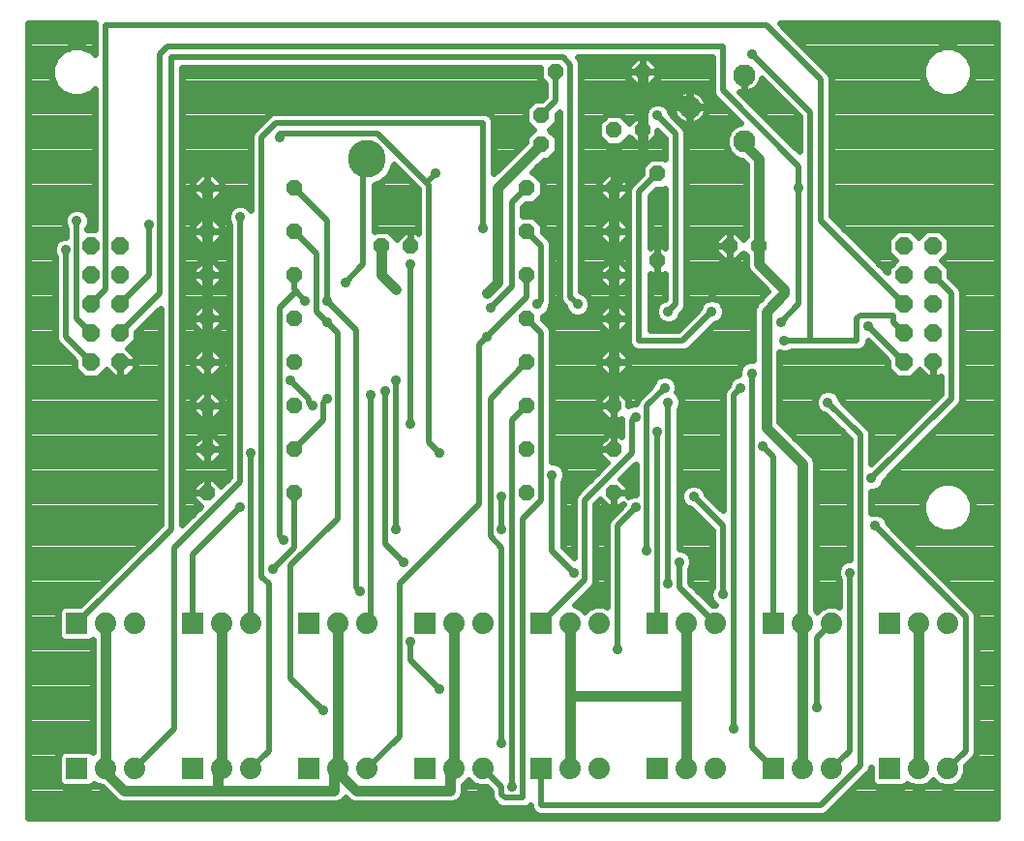
<source format=gbl>
G75*
%MOIN*%
%OFA0B0*%
%FSLAX25Y25*%
%IPPOS*%
%LPD*%
%AMOC8*
5,1,8,0,0,1.08239X$1,22.5*
%
%ADD10C,0.13000*%
%ADD11OC8,0.06000*%
%ADD12OC8,0.05600*%
%ADD13R,0.07400X0.07400*%
%ADD14C,0.07400*%
%ADD15C,0.07677*%
%ADD16C,0.03500*%
%ADD17C,0.03500*%
%ADD18C,0.02400*%
%ADD19C,0.02000*%
D10*
X0122200Y0241000D03*
D11*
X0037200Y0211000D03*
X0037200Y0201000D03*
X0037200Y0191000D03*
X0037200Y0181000D03*
X0027200Y0181000D03*
X0027200Y0191000D03*
X0027200Y0201000D03*
X0027200Y0211000D03*
X0027200Y0171000D03*
X0037200Y0171000D03*
X0307200Y0171000D03*
X0317200Y0171000D03*
X0317200Y0181000D03*
X0317200Y0191000D03*
X0317200Y0201000D03*
X0317200Y0211000D03*
X0307200Y0211000D03*
X0307200Y0201000D03*
X0307200Y0191000D03*
X0307200Y0181000D03*
D12*
X0257200Y0211000D03*
X0247200Y0211000D03*
X0222200Y0206000D03*
X0207200Y0201000D03*
X0207200Y0186000D03*
X0207200Y0171000D03*
X0207200Y0156000D03*
X0207200Y0141000D03*
X0207200Y0126000D03*
X0177200Y0126000D03*
X0177200Y0141000D03*
X0177200Y0156000D03*
X0177200Y0171000D03*
X0177200Y0186000D03*
X0177200Y0201000D03*
X0177200Y0216000D03*
X0177200Y0231000D03*
X0182200Y0246000D03*
X0182200Y0256000D03*
X0187200Y0271000D03*
X0207200Y0251000D03*
X0217200Y0251000D03*
X0222200Y0236000D03*
X0207200Y0231000D03*
X0207200Y0216000D03*
X0217200Y0271000D03*
X0137200Y0211000D03*
X0127200Y0211000D03*
X0097200Y0216000D03*
X0097200Y0201000D03*
X0097200Y0186000D03*
X0097200Y0171000D03*
X0097200Y0156000D03*
X0097200Y0141000D03*
X0097200Y0126000D03*
X0067200Y0126000D03*
X0067200Y0141000D03*
X0067200Y0156000D03*
X0067200Y0171000D03*
X0067200Y0186000D03*
X0067200Y0201000D03*
X0067200Y0216000D03*
X0067200Y0231000D03*
X0097200Y0231000D03*
D13*
X0102200Y0081000D03*
X0062200Y0081000D03*
X0022200Y0081000D03*
X0022200Y0031000D03*
X0062200Y0031000D03*
X0102200Y0031000D03*
X0142200Y0031000D03*
X0182200Y0031000D03*
X0222200Y0031000D03*
X0262200Y0031000D03*
X0302200Y0031000D03*
X0302200Y0081000D03*
X0262200Y0081000D03*
X0222200Y0081000D03*
X0182200Y0081000D03*
X0142200Y0081000D03*
D14*
X0152200Y0081000D03*
X0162200Y0081000D03*
X0192200Y0081000D03*
X0202200Y0081000D03*
X0232200Y0081000D03*
X0242200Y0081000D03*
X0272200Y0081000D03*
X0282200Y0081000D03*
X0312200Y0081000D03*
X0322200Y0081000D03*
X0322200Y0031000D03*
X0312200Y0031000D03*
X0282200Y0031000D03*
X0272200Y0031000D03*
X0242200Y0031000D03*
X0232200Y0031000D03*
X0202200Y0031000D03*
X0192200Y0031000D03*
X0162200Y0031000D03*
X0152200Y0031000D03*
X0122200Y0031000D03*
X0112200Y0031000D03*
X0082200Y0031000D03*
X0072200Y0031000D03*
X0042200Y0031000D03*
X0032200Y0031000D03*
X0032200Y0081000D03*
X0042200Y0081000D03*
X0072200Y0081000D03*
X0082200Y0081000D03*
X0112200Y0081000D03*
X0122200Y0081000D03*
D15*
X0252200Y0247063D03*
X0233302Y0258874D03*
X0252200Y0269898D03*
D16*
X0233302Y0258874D02*
X0232200Y0259750D01*
X0232200Y0261000D01*
X0217200Y0261000D01*
X0217200Y0251000D01*
X0217200Y0242250D01*
X0207200Y0232250D01*
X0207200Y0231000D01*
X0207200Y0216000D01*
X0207200Y0201000D01*
X0207200Y0186000D01*
X0207200Y0171000D01*
X0207200Y0156000D01*
X0167200Y0198500D02*
X0163450Y0194750D01*
X0167200Y0198500D02*
X0167200Y0231000D01*
X0182200Y0246000D01*
X0217200Y0261000D02*
X0217200Y0271000D01*
X0252200Y0247063D02*
X0252200Y0246000D01*
X0257200Y0241000D01*
X0257200Y0211000D01*
X0257200Y0204750D01*
X0265950Y0196000D01*
X0265950Y0194750D01*
X0259700Y0188500D01*
X0259700Y0148500D01*
X0272200Y0136000D01*
X0272200Y0081000D01*
X0272200Y0031000D01*
X0312200Y0031000D02*
X0312200Y0081000D01*
X0232200Y0081000D02*
X0232200Y0056000D01*
X0192200Y0056000D01*
X0192200Y0031000D01*
X0192200Y0056000D02*
X0192200Y0081000D01*
X0152200Y0081000D02*
X0152200Y0031000D01*
X0150950Y0031000D01*
X0150950Y0023500D01*
X0118450Y0023500D01*
X0112200Y0029750D01*
X0112200Y0031000D01*
X0110950Y0029750D01*
X0110950Y0023500D01*
X0070950Y0023500D01*
X0070950Y0031000D01*
X0072200Y0031000D01*
X0072200Y0081000D01*
X0032200Y0081000D02*
X0032200Y0031000D01*
X0032200Y0029750D01*
X0038450Y0023500D01*
X0070950Y0023500D01*
X0112200Y0031000D02*
X0112200Y0081000D01*
X0067200Y0141000D02*
X0067200Y0156000D01*
X0067200Y0171000D02*
X0067200Y0186000D01*
X0067200Y0201000D01*
X0067200Y0216000D01*
X0067200Y0231000D01*
X0127200Y0211000D02*
X0127200Y0201000D01*
X0132200Y0196000D01*
X0232200Y0056000D02*
X0232200Y0031000D01*
D17*
X0248450Y0044750D03*
X0277200Y0052250D03*
X0244700Y0091000D03*
X0229700Y0102250D03*
X0225950Y0094750D03*
X0218450Y0106000D03*
X0214700Y0121000D03*
X0234700Y0124750D03*
X0258450Y0142250D03*
X0280950Y0157250D03*
X0265950Y0178500D03*
X0264700Y0184750D03*
X0265950Y0196000D03*
X0240950Y0188500D03*
X0225950Y0188500D03*
X0224700Y0162250D03*
X0225950Y0157250D03*
X0222200Y0147250D03*
X0214700Y0152250D03*
X0185950Y0132250D03*
X0168450Y0124750D03*
X0168450Y0113500D03*
X0193450Y0098500D03*
X0208450Y0072250D03*
X0168450Y0039750D03*
X0172200Y0024750D03*
X0147200Y0058500D03*
X0137200Y0074750D03*
X0119700Y0092250D03*
X0134700Y0102250D03*
X0132200Y0113500D03*
X0147200Y0139750D03*
X0137200Y0149750D03*
X0128450Y0161000D03*
X0132200Y0164750D03*
X0123450Y0159750D03*
X0108450Y0158500D03*
X0103450Y0156000D03*
X0095950Y0164750D03*
X0108450Y0184750D03*
X0108450Y0192250D03*
X0100950Y0192250D03*
X0114700Y0198500D03*
X0132200Y0196000D03*
X0137200Y0204750D03*
X0162200Y0217250D03*
X0163450Y0194750D03*
X0164700Y0189750D03*
X0163450Y0179750D03*
X0180950Y0191000D03*
X0194700Y0191000D03*
X0145950Y0236000D03*
X0092200Y0248500D03*
X0078450Y0221000D03*
X0047200Y0218500D03*
X0022200Y0219750D03*
X0018450Y0209750D03*
X0082200Y0139750D03*
X0078450Y0121000D03*
X0093450Y0109750D03*
X0089700Y0099750D03*
X0107200Y0051000D03*
X0250950Y0162250D03*
X0254700Y0167250D03*
X0294700Y0183500D03*
X0270950Y0231000D03*
X0222200Y0256000D03*
X0254700Y0277250D03*
X0295950Y0131000D03*
X0297200Y0114750D03*
X0288450Y0098500D03*
D18*
X0005400Y0014200D02*
X0005400Y0287800D01*
X0028500Y0287800D01*
X0028500Y0277003D01*
X0027128Y0278375D01*
X0023930Y0279699D01*
X0020470Y0279699D01*
X0017272Y0278375D01*
X0014825Y0275928D01*
X0013501Y0272730D01*
X0013501Y0269270D01*
X0014825Y0266072D01*
X0017272Y0263625D01*
X0020470Y0262301D01*
X0023930Y0262301D01*
X0027128Y0263625D01*
X0028500Y0264997D01*
X0028500Y0216700D01*
X0025900Y0216700D01*
X0025900Y0217157D01*
X0025973Y0217229D01*
X0026650Y0218865D01*
X0026650Y0220635D01*
X0025973Y0222271D01*
X0024721Y0223523D01*
X0023085Y0224200D01*
X0021315Y0224200D01*
X0019679Y0223523D01*
X0018427Y0222271D01*
X0017750Y0220635D01*
X0017750Y0218865D01*
X0018427Y0217229D01*
X0018500Y0217157D01*
X0018500Y0214200D01*
X0017565Y0214200D01*
X0015929Y0213523D01*
X0014677Y0212271D01*
X0014000Y0210635D01*
X0014000Y0208865D01*
X0014677Y0207229D01*
X0014750Y0207157D01*
X0014750Y0179014D01*
X0015313Y0177654D01*
X0021500Y0171467D01*
X0021500Y0168639D01*
X0024839Y0165300D01*
X0029561Y0165300D01*
X0032554Y0168293D01*
X0035046Y0165800D01*
X0037200Y0165800D01*
X0039354Y0165800D01*
X0042400Y0168846D01*
X0042400Y0171000D01*
X0042400Y0173154D01*
X0039907Y0175646D01*
X0042900Y0178639D01*
X0042900Y0181467D01*
X0051000Y0189567D01*
X0051000Y0115033D01*
X0023367Y0087400D01*
X0017963Y0087400D01*
X0016971Y0086989D01*
X0016211Y0086229D01*
X0015800Y0085237D01*
X0015800Y0076763D01*
X0016211Y0075771D01*
X0016971Y0075011D01*
X0017963Y0074600D01*
X0026437Y0074600D01*
X0027429Y0075011D01*
X0027750Y0075332D01*
X0027750Y0036668D01*
X0027429Y0036989D01*
X0026437Y0037400D01*
X0017963Y0037400D01*
X0016971Y0036989D01*
X0016211Y0036229D01*
X0015800Y0035237D01*
X0015800Y0026763D01*
X0016211Y0025771D01*
X0016971Y0025011D01*
X0017963Y0024600D01*
X0026437Y0024600D01*
X0027429Y0025011D01*
X0028189Y0025771D01*
X0028244Y0025905D01*
X0028575Y0025574D01*
X0030927Y0024600D01*
X0031057Y0024600D01*
X0034677Y0020979D01*
X0035929Y0019727D01*
X0037565Y0019050D01*
X0111835Y0019050D01*
X0113471Y0019727D01*
X0114700Y0020957D01*
X0115929Y0019727D01*
X0117565Y0019050D01*
X0151835Y0019050D01*
X0153471Y0019727D01*
X0154723Y0020979D01*
X0155400Y0022615D01*
X0155400Y0025398D01*
X0155825Y0025574D01*
X0157200Y0026949D01*
X0158575Y0025574D01*
X0160927Y0024600D01*
X0163367Y0024600D01*
X0164750Y0023217D01*
X0164750Y0021514D01*
X0165313Y0020154D01*
X0166563Y0018904D01*
X0167604Y0017863D01*
X0168964Y0017300D01*
X0176686Y0017300D01*
X0178046Y0017863D01*
X0178500Y0018317D01*
X0178500Y0017764D01*
X0179063Y0016404D01*
X0180104Y0015363D01*
X0181464Y0014800D01*
X0279186Y0014800D01*
X0280546Y0015363D01*
X0281587Y0016404D01*
X0295337Y0030154D01*
X0295800Y0031273D01*
X0295800Y0026763D01*
X0296211Y0025771D01*
X0296971Y0025011D01*
X0297963Y0024600D01*
X0306437Y0024600D01*
X0307429Y0025011D01*
X0308189Y0025771D01*
X0308244Y0025905D01*
X0308575Y0025574D01*
X0310927Y0024600D01*
X0313473Y0024600D01*
X0315825Y0025574D01*
X0317200Y0026949D01*
X0318575Y0025574D01*
X0320927Y0024600D01*
X0323473Y0024600D01*
X0325825Y0025574D01*
X0327626Y0027375D01*
X0328600Y0029727D01*
X0328600Y0032167D01*
X0330546Y0034113D01*
X0331587Y0035154D01*
X0332150Y0036514D01*
X0332150Y0084236D01*
X0331587Y0085596D01*
X0301650Y0115533D01*
X0301650Y0115635D01*
X0300973Y0117271D01*
X0299721Y0118523D01*
X0298085Y0119200D01*
X0296315Y0119200D01*
X0295900Y0119028D01*
X0295900Y0126550D01*
X0296835Y0126550D01*
X0298471Y0127227D01*
X0299723Y0128479D01*
X0300400Y0130115D01*
X0300400Y0130217D01*
X0326587Y0156404D01*
X0327150Y0157764D01*
X0327150Y0195486D01*
X0326587Y0196846D01*
X0325546Y0197887D01*
X0322900Y0200533D01*
X0322900Y0203361D01*
X0320261Y0206000D01*
X0322900Y0208639D01*
X0322900Y0213361D01*
X0319561Y0216700D01*
X0314839Y0216700D01*
X0312200Y0214061D01*
X0309561Y0216700D01*
X0304839Y0216700D01*
X0301500Y0213361D01*
X0301500Y0208639D01*
X0304139Y0206000D01*
X0301500Y0203361D01*
X0301500Y0201933D01*
X0282150Y0221283D01*
X0282150Y0269236D01*
X0281587Y0270596D01*
X0264383Y0287800D01*
X0339000Y0287800D01*
X0339000Y0014200D01*
X0005400Y0014200D01*
X0005400Y0015391D02*
X0180076Y0015391D01*
X0178500Y0017790D02*
X0177868Y0017790D01*
X0167782Y0017790D02*
X0005400Y0017790D01*
X0005400Y0020188D02*
X0035469Y0020188D01*
X0033070Y0022587D02*
X0005400Y0022587D01*
X0005400Y0024985D02*
X0017033Y0024985D01*
X0015800Y0027384D02*
X0005400Y0027384D01*
X0005400Y0029782D02*
X0015800Y0029782D01*
X0015800Y0032181D02*
X0005400Y0032181D01*
X0005400Y0034579D02*
X0015800Y0034579D01*
X0016959Y0036978D02*
X0005400Y0036978D01*
X0005400Y0039376D02*
X0027750Y0039376D01*
X0027750Y0036978D02*
X0027441Y0036978D01*
X0027750Y0041775D02*
X0005400Y0041775D01*
X0005400Y0044173D02*
X0027750Y0044173D01*
X0027750Y0046572D02*
X0005400Y0046572D01*
X0005400Y0048970D02*
X0027750Y0048970D01*
X0027750Y0051369D02*
X0005400Y0051369D01*
X0005400Y0053767D02*
X0027750Y0053767D01*
X0027750Y0056166D02*
X0005400Y0056166D01*
X0005400Y0058564D02*
X0027750Y0058564D01*
X0027750Y0060963D02*
X0005400Y0060963D01*
X0005400Y0063361D02*
X0027750Y0063361D01*
X0027750Y0065760D02*
X0005400Y0065760D01*
X0005400Y0068158D02*
X0027750Y0068158D01*
X0027750Y0070557D02*
X0005400Y0070557D01*
X0005400Y0072955D02*
X0027750Y0072955D01*
X0016628Y0075354D02*
X0005400Y0075354D01*
X0005400Y0077752D02*
X0015800Y0077752D01*
X0015800Y0080151D02*
X0005400Y0080151D01*
X0005400Y0082549D02*
X0015800Y0082549D01*
X0015800Y0084948D02*
X0005400Y0084948D01*
X0005400Y0087346D02*
X0017834Y0087346D01*
X0025712Y0089745D02*
X0005400Y0089745D01*
X0005400Y0092143D02*
X0028111Y0092143D01*
X0030509Y0094542D02*
X0005400Y0094542D01*
X0005400Y0096940D02*
X0032908Y0096940D01*
X0035306Y0099339D02*
X0005400Y0099339D01*
X0005400Y0101737D02*
X0037705Y0101737D01*
X0040103Y0104136D02*
X0005400Y0104136D01*
X0005400Y0106534D02*
X0042502Y0106534D01*
X0044900Y0108933D02*
X0005400Y0108933D01*
X0005400Y0111332D02*
X0047299Y0111332D01*
X0049697Y0113730D02*
X0005400Y0113730D01*
X0005400Y0116129D02*
X0051000Y0116129D01*
X0051000Y0118527D02*
X0005400Y0118527D01*
X0005400Y0120926D02*
X0051000Y0120926D01*
X0051000Y0123324D02*
X0005400Y0123324D01*
X0005400Y0125723D02*
X0051000Y0125723D01*
X0051000Y0128121D02*
X0005400Y0128121D01*
X0005400Y0130520D02*
X0051000Y0130520D01*
X0051000Y0132918D02*
X0005400Y0132918D01*
X0005400Y0135317D02*
X0051000Y0135317D01*
X0051000Y0137715D02*
X0005400Y0137715D01*
X0005400Y0140114D02*
X0051000Y0140114D01*
X0051000Y0142512D02*
X0005400Y0142512D01*
X0005400Y0144911D02*
X0051000Y0144911D01*
X0051000Y0147309D02*
X0005400Y0147309D01*
X0005400Y0149708D02*
X0051000Y0149708D01*
X0051000Y0152106D02*
X0005400Y0152106D01*
X0005400Y0154505D02*
X0051000Y0154505D01*
X0051000Y0156903D02*
X0005400Y0156903D01*
X0005400Y0159302D02*
X0051000Y0159302D01*
X0051000Y0161700D02*
X0005400Y0161700D01*
X0005400Y0164099D02*
X0051000Y0164099D01*
X0051000Y0166497D02*
X0040051Y0166497D01*
X0037200Y0166497D02*
X0037200Y0166497D01*
X0037200Y0165800D02*
X0037200Y0171000D01*
X0042400Y0171000D01*
X0037200Y0171000D01*
X0037200Y0171000D01*
X0037200Y0165800D01*
X0034349Y0166497D02*
X0030758Y0166497D01*
X0037200Y0168896D02*
X0037200Y0168896D01*
X0037200Y0171000D02*
X0037200Y0171000D01*
X0042400Y0171294D02*
X0051000Y0171294D01*
X0051000Y0168896D02*
X0042400Y0168896D01*
X0041861Y0173693D02*
X0051000Y0173693D01*
X0051000Y0176091D02*
X0040352Y0176091D01*
X0042751Y0178490D02*
X0051000Y0178490D01*
X0051000Y0180888D02*
X0042900Y0180888D01*
X0044719Y0183287D02*
X0051000Y0183287D01*
X0051000Y0185685D02*
X0047118Y0185685D01*
X0049516Y0188084D02*
X0051000Y0188084D01*
X0058400Y0188084D02*
X0062213Y0188084D01*
X0062200Y0188071D02*
X0062200Y0186000D01*
X0067200Y0186000D01*
X0072200Y0186000D01*
X0072200Y0188071D01*
X0069271Y0191000D01*
X0067200Y0191000D01*
X0067200Y0186000D01*
X0067200Y0186000D01*
X0067200Y0186000D01*
X0072200Y0186000D01*
X0072200Y0183929D01*
X0069271Y0181000D01*
X0067200Y0181000D01*
X0067200Y0186000D01*
X0067200Y0186000D01*
X0067200Y0186000D01*
X0067200Y0191000D01*
X0065129Y0191000D01*
X0062200Y0188071D01*
X0062200Y0186000D02*
X0062200Y0183929D01*
X0065129Y0181000D01*
X0067200Y0181000D01*
X0067200Y0186000D01*
X0062200Y0186000D01*
X0062200Y0185685D02*
X0058400Y0185685D01*
X0058400Y0183287D02*
X0062842Y0183287D01*
X0067200Y0183287D02*
X0067200Y0183287D01*
X0067200Y0185685D02*
X0067200Y0185685D01*
X0067200Y0188084D02*
X0067200Y0188084D01*
X0067200Y0190482D02*
X0067200Y0190482D01*
X0069789Y0190482D02*
X0074750Y0190482D01*
X0074750Y0188084D02*
X0072187Y0188084D01*
X0072200Y0185685D02*
X0074750Y0185685D01*
X0074750Y0183287D02*
X0071558Y0183287D01*
X0074750Y0180888D02*
X0058400Y0180888D01*
X0058400Y0178490D02*
X0074750Y0178490D01*
X0074750Y0176091D02*
X0058400Y0176091D01*
X0058400Y0173693D02*
X0062822Y0173693D01*
X0062200Y0173071D02*
X0062200Y0171000D01*
X0067200Y0171000D01*
X0072200Y0171000D01*
X0072200Y0173071D01*
X0069271Y0176000D01*
X0067200Y0176000D01*
X0067200Y0171000D01*
X0067200Y0171000D01*
X0067200Y0171000D01*
X0072200Y0171000D01*
X0072200Y0168929D01*
X0069271Y0166000D01*
X0067200Y0166000D01*
X0067200Y0171000D01*
X0067200Y0171000D01*
X0067200Y0171000D01*
X0067200Y0176000D01*
X0065129Y0176000D01*
X0062200Y0173071D01*
X0062200Y0171294D02*
X0058400Y0171294D01*
X0058400Y0168896D02*
X0062233Y0168896D01*
X0062200Y0168929D02*
X0065129Y0166000D01*
X0067200Y0166000D01*
X0067200Y0171000D01*
X0062200Y0171000D01*
X0062200Y0168929D01*
X0064632Y0166497D02*
X0058400Y0166497D01*
X0058400Y0164099D02*
X0074750Y0164099D01*
X0074750Y0166497D02*
X0069768Y0166497D01*
X0067200Y0166497D02*
X0067200Y0166497D01*
X0067200Y0168896D02*
X0067200Y0168896D01*
X0067200Y0171294D02*
X0067200Y0171294D01*
X0067200Y0173693D02*
X0067200Y0173693D01*
X0071578Y0173693D02*
X0074750Y0173693D01*
X0074750Y0171294D02*
X0072200Y0171294D01*
X0072167Y0168896D02*
X0074750Y0168896D01*
X0074750Y0161700D02*
X0058400Y0161700D01*
X0058400Y0159302D02*
X0063431Y0159302D01*
X0062200Y0158071D02*
X0065129Y0161000D01*
X0067200Y0161000D01*
X0069271Y0161000D01*
X0072200Y0158071D01*
X0072200Y0156000D01*
X0067200Y0156000D01*
X0067200Y0156000D01*
X0067200Y0156000D01*
X0067200Y0161000D01*
X0067200Y0156000D01*
X0072200Y0156000D01*
X0072200Y0153929D01*
X0069271Y0151000D01*
X0067200Y0151000D01*
X0067200Y0156000D01*
X0067200Y0156000D01*
X0067200Y0156000D01*
X0062200Y0156000D01*
X0062200Y0158071D01*
X0062200Y0156903D02*
X0058400Y0156903D01*
X0058400Y0154505D02*
X0062200Y0154505D01*
X0062200Y0153929D02*
X0065129Y0151000D01*
X0067200Y0151000D01*
X0067200Y0156000D01*
X0062200Y0156000D01*
X0062200Y0153929D01*
X0064023Y0152106D02*
X0058400Y0152106D01*
X0058400Y0149708D02*
X0074750Y0149708D01*
X0074750Y0152106D02*
X0070377Y0152106D01*
X0072200Y0154505D02*
X0074750Y0154505D01*
X0074750Y0156903D02*
X0072200Y0156903D01*
X0070969Y0159302D02*
X0074750Y0159302D01*
X0067200Y0159302D02*
X0067200Y0159302D01*
X0067200Y0156903D02*
X0067200Y0156903D01*
X0067200Y0154505D02*
X0067200Y0154505D01*
X0067200Y0152106D02*
X0067200Y0152106D01*
X0067200Y0146000D02*
X0065129Y0146000D01*
X0062200Y0143071D01*
X0062200Y0141000D01*
X0067200Y0141000D01*
X0072200Y0141000D01*
X0072200Y0143071D01*
X0069271Y0146000D01*
X0067200Y0146000D01*
X0067200Y0141000D01*
X0067200Y0141000D01*
X0067200Y0141000D01*
X0072200Y0141000D01*
X0072200Y0138929D01*
X0069271Y0136000D01*
X0067200Y0136000D01*
X0067200Y0141000D01*
X0067200Y0141000D01*
X0067200Y0141000D01*
X0067200Y0146000D01*
X0067200Y0144911D02*
X0067200Y0144911D01*
X0067200Y0142512D02*
X0067200Y0142512D01*
X0067200Y0141000D02*
X0062200Y0141000D01*
X0062200Y0138929D01*
X0065129Y0136000D01*
X0067200Y0136000D01*
X0067200Y0141000D01*
X0067200Y0140114D02*
X0067200Y0140114D01*
X0067200Y0137715D02*
X0067200Y0137715D01*
X0070986Y0137715D02*
X0074750Y0137715D01*
X0074750Y0135317D02*
X0058400Y0135317D01*
X0058400Y0137715D02*
X0063414Y0137715D01*
X0062200Y0140114D02*
X0058400Y0140114D01*
X0058400Y0142512D02*
X0062200Y0142512D01*
X0064040Y0144911D02*
X0058400Y0144911D01*
X0058400Y0147309D02*
X0074750Y0147309D01*
X0074750Y0144911D02*
X0070360Y0144911D01*
X0072200Y0142512D02*
X0074750Y0142512D01*
X0074750Y0140114D02*
X0072200Y0140114D01*
X0074750Y0132918D02*
X0058400Y0132918D01*
X0058400Y0130520D02*
X0064649Y0130520D01*
X0065129Y0131000D02*
X0062200Y0128071D01*
X0062200Y0126000D01*
X0067200Y0126000D01*
X0067200Y0126000D01*
X0067200Y0131000D01*
X0069271Y0131000D01*
X0071869Y0128402D01*
X0074750Y0131283D01*
X0074750Y0218407D01*
X0074677Y0218479D01*
X0074000Y0220115D01*
X0074000Y0221885D01*
X0074677Y0223521D01*
X0075929Y0224773D01*
X0077565Y0225450D01*
X0079335Y0225450D01*
X0080971Y0224773D01*
X0082223Y0223521D01*
X0082250Y0223454D01*
X0082250Y0249236D01*
X0082813Y0250596D01*
X0087813Y0255596D01*
X0088854Y0256637D01*
X0090214Y0257200D01*
X0162936Y0257200D01*
X0164296Y0256637D01*
X0165337Y0255596D01*
X0165900Y0254236D01*
X0165900Y0235993D01*
X0176700Y0246793D01*
X0176700Y0248278D01*
X0179422Y0251000D01*
X0176700Y0253722D01*
X0176700Y0258278D01*
X0179922Y0261500D01*
X0182467Y0261500D01*
X0183500Y0262533D01*
X0183500Y0266922D01*
X0181700Y0268722D01*
X0181700Y0272300D01*
X0058400Y0272300D01*
X0058400Y0114933D01*
X0064798Y0121331D01*
X0062200Y0123929D01*
X0062200Y0126000D01*
X0067200Y0126000D01*
X0067200Y0126000D01*
X0067200Y0131000D01*
X0065129Y0131000D01*
X0067200Y0130520D02*
X0067200Y0130520D01*
X0067200Y0128121D02*
X0067200Y0128121D01*
X0069751Y0130520D02*
X0073987Y0130520D01*
X0062250Y0128121D02*
X0058400Y0128121D01*
X0058400Y0125723D02*
X0062200Y0125723D01*
X0062805Y0123324D02*
X0058400Y0123324D01*
X0058400Y0120926D02*
X0064393Y0120926D01*
X0061994Y0118527D02*
X0058400Y0118527D01*
X0058400Y0116129D02*
X0059596Y0116129D01*
X0023642Y0166497D02*
X0005400Y0166497D01*
X0005400Y0168896D02*
X0021500Y0168896D01*
X0021500Y0171294D02*
X0005400Y0171294D01*
X0005400Y0173693D02*
X0019275Y0173693D01*
X0016876Y0176091D02*
X0005400Y0176091D01*
X0005400Y0178490D02*
X0014967Y0178490D01*
X0014750Y0180888D02*
X0005400Y0180888D01*
X0005400Y0183287D02*
X0014750Y0183287D01*
X0014750Y0185685D02*
X0005400Y0185685D01*
X0005400Y0188084D02*
X0014750Y0188084D01*
X0014750Y0190482D02*
X0005400Y0190482D01*
X0005400Y0192881D02*
X0014750Y0192881D01*
X0014750Y0195279D02*
X0005400Y0195279D01*
X0005400Y0197678D02*
X0014750Y0197678D01*
X0014750Y0200076D02*
X0005400Y0200076D01*
X0005400Y0202475D02*
X0014750Y0202475D01*
X0014750Y0204873D02*
X0005400Y0204873D01*
X0005400Y0207272D02*
X0014660Y0207272D01*
X0014000Y0209670D02*
X0005400Y0209670D01*
X0005400Y0212069D02*
X0014594Y0212069D01*
X0018500Y0214468D02*
X0005400Y0214468D01*
X0005400Y0216866D02*
X0018500Y0216866D01*
X0017750Y0219265D02*
X0005400Y0219265D01*
X0005400Y0221663D02*
X0018176Y0221663D01*
X0020981Y0224062D02*
X0005400Y0224062D01*
X0005400Y0226460D02*
X0028500Y0226460D01*
X0028500Y0224062D02*
X0023419Y0224062D01*
X0026224Y0221663D02*
X0028500Y0221663D01*
X0028500Y0219265D02*
X0026650Y0219265D01*
X0025900Y0216866D02*
X0028500Y0216866D01*
X0028500Y0228859D02*
X0005400Y0228859D01*
X0005400Y0231257D02*
X0028500Y0231257D01*
X0028500Y0233656D02*
X0005400Y0233656D01*
X0005400Y0236054D02*
X0028500Y0236054D01*
X0028500Y0238453D02*
X0005400Y0238453D01*
X0005400Y0240851D02*
X0028500Y0240851D01*
X0028500Y0243250D02*
X0005400Y0243250D01*
X0005400Y0245648D02*
X0028500Y0245648D01*
X0028500Y0248047D02*
X0005400Y0248047D01*
X0005400Y0250445D02*
X0028500Y0250445D01*
X0028500Y0252844D02*
X0005400Y0252844D01*
X0005400Y0255242D02*
X0028500Y0255242D01*
X0028500Y0257641D02*
X0005400Y0257641D01*
X0005400Y0260039D02*
X0028500Y0260039D01*
X0028500Y0262438D02*
X0024261Y0262438D01*
X0028339Y0264836D02*
X0028500Y0264836D01*
X0020139Y0262438D02*
X0005400Y0262438D01*
X0005400Y0264836D02*
X0016061Y0264836D01*
X0014344Y0267235D02*
X0005400Y0267235D01*
X0005400Y0269633D02*
X0013501Y0269633D01*
X0013501Y0272032D02*
X0005400Y0272032D01*
X0005400Y0274430D02*
X0014205Y0274430D01*
X0015726Y0276829D02*
X0005400Y0276829D01*
X0005400Y0279227D02*
X0019330Y0279227D01*
X0025070Y0279227D02*
X0028500Y0279227D01*
X0028500Y0281626D02*
X0005400Y0281626D01*
X0005400Y0284024D02*
X0028500Y0284024D01*
X0028500Y0286423D02*
X0005400Y0286423D01*
X0058400Y0272032D02*
X0181700Y0272032D01*
X0181700Y0269633D02*
X0058400Y0269633D01*
X0058400Y0267235D02*
X0183187Y0267235D01*
X0183500Y0264836D02*
X0058400Y0264836D01*
X0058400Y0262438D02*
X0183405Y0262438D01*
X0188500Y0257067D02*
X0188500Y0192764D01*
X0189063Y0191404D01*
X0190104Y0190363D01*
X0190250Y0190217D01*
X0190250Y0190115D01*
X0190927Y0188479D01*
X0192179Y0187227D01*
X0193815Y0186550D01*
X0195585Y0186550D01*
X0197221Y0187227D01*
X0198473Y0188479D01*
X0199150Y0190115D01*
X0199150Y0191885D01*
X0198473Y0193521D01*
X0197221Y0194773D01*
X0195900Y0195320D01*
X0195900Y0274236D01*
X0195337Y0275596D01*
X0194883Y0276050D01*
X0241000Y0276050D01*
X0241000Y0264014D01*
X0241563Y0262654D01*
X0250699Y0253519D01*
X0248496Y0252606D01*
X0246657Y0250767D01*
X0245661Y0248364D01*
X0245661Y0245762D01*
X0246657Y0243359D01*
X0248496Y0241520D01*
X0250899Y0240524D01*
X0251382Y0240524D01*
X0252750Y0239157D01*
X0252750Y0214328D01*
X0251846Y0213425D01*
X0249271Y0216000D01*
X0247200Y0216000D01*
X0247200Y0211000D01*
X0247200Y0211000D01*
X0247200Y0206000D01*
X0249271Y0206000D01*
X0251846Y0208575D01*
X0252750Y0207672D01*
X0252750Y0203865D01*
X0253427Y0202229D01*
X0254679Y0200977D01*
X0260282Y0195375D01*
X0257179Y0192273D01*
X0255927Y0191021D01*
X0255250Y0189385D01*
X0255250Y0171700D01*
X0253815Y0171700D01*
X0252179Y0171023D01*
X0250927Y0169771D01*
X0250250Y0168135D01*
X0250250Y0166700D01*
X0250065Y0166700D01*
X0248429Y0166023D01*
X0247177Y0164771D01*
X0246500Y0163135D01*
X0246500Y0163033D01*
X0246354Y0162887D01*
X0245313Y0161846D01*
X0244750Y0160486D01*
X0244750Y0119933D01*
X0239150Y0125533D01*
X0239150Y0125635D01*
X0238473Y0127271D01*
X0237221Y0128523D01*
X0235585Y0129200D01*
X0233815Y0129200D01*
X0232179Y0128523D01*
X0230927Y0127271D01*
X0230250Y0125635D01*
X0230250Y0123865D01*
X0230927Y0122229D01*
X0232179Y0120977D01*
X0233815Y0120300D01*
X0233917Y0120300D01*
X0241000Y0113217D01*
X0241000Y0093593D01*
X0240927Y0093521D01*
X0240250Y0091885D01*
X0240250Y0090115D01*
X0240927Y0088479D01*
X0242007Y0087400D01*
X0241033Y0087400D01*
X0233400Y0095033D01*
X0233400Y0099657D01*
X0233473Y0099729D01*
X0234150Y0101365D01*
X0234150Y0103135D01*
X0233473Y0104771D01*
X0232221Y0106023D01*
X0230585Y0106700D01*
X0229650Y0106700D01*
X0229650Y0154657D01*
X0229723Y0154729D01*
X0230400Y0156365D01*
X0230400Y0158135D01*
X0229723Y0159771D01*
X0228851Y0160642D01*
X0229150Y0161365D01*
X0229150Y0163135D01*
X0228473Y0164771D01*
X0227221Y0166023D01*
X0225585Y0166700D01*
X0223815Y0166700D01*
X0222179Y0166023D01*
X0220927Y0164771D01*
X0220250Y0163135D01*
X0220250Y0163033D01*
X0216354Y0159137D01*
X0215313Y0158096D01*
X0214750Y0156736D01*
X0214750Y0156700D01*
X0213815Y0156700D01*
X0212200Y0156031D01*
X0212200Y0158071D01*
X0209271Y0161000D01*
X0207200Y0161000D01*
X0207200Y0156000D01*
X0207200Y0156000D01*
X0207200Y0151000D01*
X0209271Y0151000D01*
X0209750Y0151479D01*
X0209750Y0145521D01*
X0209271Y0146000D01*
X0207200Y0146000D01*
X0207200Y0141000D01*
X0207200Y0141000D01*
X0207200Y0141000D01*
X0202200Y0141000D01*
X0202200Y0143071D01*
X0205129Y0146000D01*
X0207200Y0146000D01*
X0207200Y0141000D01*
X0202200Y0141000D01*
X0202200Y0138929D01*
X0204798Y0136331D01*
X0195104Y0126637D01*
X0194063Y0125596D01*
X0193500Y0124236D01*
X0193500Y0103683D01*
X0189650Y0107533D01*
X0189650Y0129657D01*
X0189723Y0129729D01*
X0190400Y0131365D01*
X0190400Y0133135D01*
X0189723Y0134771D01*
X0188471Y0136023D01*
X0186835Y0136700D01*
X0185900Y0136700D01*
X0185900Y0181736D01*
X0185337Y0183096D01*
X0182700Y0185733D01*
X0182700Y0186908D01*
X0183471Y0187227D01*
X0184723Y0188479D01*
X0185400Y0190115D01*
X0185400Y0190307D01*
X0185900Y0191514D01*
X0185900Y0211736D01*
X0185337Y0213096D01*
X0182700Y0215733D01*
X0182700Y0218278D01*
X0179478Y0221500D01*
X0175900Y0221500D01*
X0175900Y0224467D01*
X0176933Y0225500D01*
X0179478Y0225500D01*
X0182700Y0228722D01*
X0182700Y0233278D01*
X0179478Y0236500D01*
X0178993Y0236500D01*
X0182993Y0240500D01*
X0184478Y0240500D01*
X0187700Y0243722D01*
X0187700Y0248278D01*
X0184978Y0251000D01*
X0187700Y0253722D01*
X0187700Y0256267D01*
X0188500Y0257067D01*
X0188500Y0255242D02*
X0187700Y0255242D01*
X0188500Y0252844D02*
X0186822Y0252844D01*
X0185533Y0250445D02*
X0188500Y0250445D01*
X0188500Y0248047D02*
X0187700Y0248047D01*
X0187700Y0245648D02*
X0188500Y0245648D01*
X0188500Y0243250D02*
X0187228Y0243250D01*
X0188500Y0240851D02*
X0184829Y0240851D01*
X0188500Y0238453D02*
X0180946Y0238453D01*
X0179924Y0236054D02*
X0188500Y0236054D01*
X0188500Y0233656D02*
X0182323Y0233656D01*
X0182700Y0231257D02*
X0188500Y0231257D01*
X0188500Y0228859D02*
X0182700Y0228859D01*
X0180438Y0226460D02*
X0188500Y0226460D01*
X0188500Y0224062D02*
X0175900Y0224062D01*
X0175900Y0221663D02*
X0188500Y0221663D01*
X0188500Y0219265D02*
X0181714Y0219265D01*
X0182700Y0216866D02*
X0188500Y0216866D01*
X0188500Y0214468D02*
X0183965Y0214468D01*
X0185762Y0212069D02*
X0188500Y0212069D01*
X0188500Y0209670D02*
X0185900Y0209670D01*
X0185900Y0207272D02*
X0188500Y0207272D01*
X0188500Y0204873D02*
X0185900Y0204873D01*
X0185900Y0202475D02*
X0188500Y0202475D01*
X0188500Y0200076D02*
X0185900Y0200076D01*
X0185900Y0197678D02*
X0188500Y0197678D01*
X0188500Y0195279D02*
X0185900Y0195279D01*
X0185900Y0192881D02*
X0188500Y0192881D01*
X0189985Y0190482D02*
X0185473Y0190482D01*
X0184327Y0188084D02*
X0191323Y0188084D01*
X0198077Y0188084D02*
X0202213Y0188084D01*
X0202200Y0188071D02*
X0202200Y0186000D01*
X0207200Y0186000D01*
X0212200Y0186000D01*
X0212200Y0188071D01*
X0209271Y0191000D01*
X0207200Y0191000D01*
X0207200Y0186000D01*
X0207200Y0186000D01*
X0207200Y0186000D01*
X0212200Y0186000D01*
X0212200Y0183929D01*
X0209271Y0181000D01*
X0207200Y0181000D01*
X0207200Y0186000D01*
X0207200Y0186000D01*
X0207200Y0186000D01*
X0207200Y0191000D01*
X0205129Y0191000D01*
X0202200Y0188071D01*
X0202200Y0186000D02*
X0202200Y0183929D01*
X0205129Y0181000D01*
X0207200Y0181000D01*
X0207200Y0186000D01*
X0202200Y0186000D01*
X0202200Y0185685D02*
X0182747Y0185685D01*
X0185146Y0183287D02*
X0202842Y0183287D01*
X0207200Y0183287D02*
X0207200Y0183287D01*
X0207200Y0185685D02*
X0207200Y0185685D01*
X0207200Y0188084D02*
X0207200Y0188084D01*
X0207200Y0190482D02*
X0207200Y0190482D01*
X0209789Y0190482D02*
X0212250Y0190482D01*
X0212187Y0188084D02*
X0212250Y0188084D01*
X0212200Y0185685D02*
X0212250Y0185685D01*
X0212250Y0183287D02*
X0211558Y0183287D01*
X0212250Y0180888D02*
X0185900Y0180888D01*
X0185900Y0178490D02*
X0212250Y0178490D01*
X0212250Y0177764D02*
X0212813Y0176404D01*
X0213854Y0175363D01*
X0215214Y0174800D01*
X0231686Y0174800D01*
X0233046Y0175363D01*
X0234087Y0176404D01*
X0241733Y0184050D01*
X0241835Y0184050D01*
X0243471Y0184727D01*
X0244723Y0185979D01*
X0245400Y0187615D01*
X0245400Y0189385D01*
X0244723Y0191021D01*
X0243471Y0192273D01*
X0241835Y0192950D01*
X0240065Y0192950D01*
X0238429Y0192273D01*
X0237177Y0191021D01*
X0236500Y0189385D01*
X0236500Y0189283D01*
X0229417Y0182200D01*
X0219650Y0182200D01*
X0219650Y0201479D01*
X0220129Y0201000D01*
X0222200Y0201000D01*
X0224271Y0201000D01*
X0224750Y0201479D01*
X0224750Y0192820D01*
X0223429Y0192273D01*
X0222177Y0191021D01*
X0221500Y0189385D01*
X0221500Y0187615D01*
X0222177Y0185979D01*
X0223429Y0184727D01*
X0225065Y0184050D01*
X0226835Y0184050D01*
X0228471Y0184727D01*
X0229723Y0185979D01*
X0230400Y0187615D01*
X0230400Y0187717D01*
X0230546Y0187863D01*
X0231587Y0188904D01*
X0232150Y0190264D01*
X0232150Y0250486D01*
X0231587Y0251846D01*
X0226650Y0256783D01*
X0226650Y0256885D01*
X0225973Y0258521D01*
X0224721Y0259773D01*
X0223085Y0260450D01*
X0221315Y0260450D01*
X0219679Y0259773D01*
X0218427Y0258521D01*
X0217750Y0256885D01*
X0217750Y0256000D01*
X0217200Y0256000D01*
X0217200Y0251000D01*
X0217200Y0251000D01*
X0217200Y0246000D01*
X0219271Y0246000D01*
X0222200Y0248929D01*
X0222200Y0250767D01*
X0224750Y0248217D01*
X0224750Y0241228D01*
X0224478Y0241500D01*
X0219922Y0241500D01*
X0216700Y0238278D01*
X0216700Y0235733D01*
X0212813Y0231846D01*
X0212250Y0230486D01*
X0212250Y0177764D01*
X0213126Y0176091D02*
X0185900Y0176091D01*
X0185900Y0173693D02*
X0202822Y0173693D01*
X0202200Y0173071D02*
X0202200Y0171000D01*
X0207200Y0171000D01*
X0212200Y0171000D01*
X0212200Y0173071D01*
X0209271Y0176000D01*
X0207200Y0176000D01*
X0207200Y0171000D01*
X0207200Y0171000D01*
X0207200Y0171000D01*
X0212200Y0171000D01*
X0212200Y0168929D01*
X0209271Y0166000D01*
X0207200Y0166000D01*
X0207200Y0171000D01*
X0207200Y0171000D01*
X0207200Y0171000D01*
X0207200Y0176000D01*
X0205129Y0176000D01*
X0202200Y0173071D01*
X0202200Y0171294D02*
X0185900Y0171294D01*
X0185900Y0168896D02*
X0202233Y0168896D01*
X0202200Y0168929D02*
X0205129Y0166000D01*
X0207200Y0166000D01*
X0207200Y0171000D01*
X0202200Y0171000D01*
X0202200Y0168929D01*
X0204632Y0166497D02*
X0185900Y0166497D01*
X0185900Y0164099D02*
X0220649Y0164099D01*
X0218918Y0161700D02*
X0185900Y0161700D01*
X0185900Y0159302D02*
X0203431Y0159302D01*
X0202200Y0158071D02*
X0205129Y0161000D01*
X0207200Y0161000D01*
X0207200Y0156000D01*
X0207200Y0156000D01*
X0207200Y0156000D01*
X0202200Y0156000D01*
X0202200Y0158071D01*
X0202200Y0156903D02*
X0185900Y0156903D01*
X0185900Y0154505D02*
X0202200Y0154505D01*
X0202200Y0153929D02*
X0205129Y0151000D01*
X0207200Y0151000D01*
X0207200Y0156000D01*
X0202200Y0156000D01*
X0202200Y0153929D01*
X0204023Y0152106D02*
X0185900Y0152106D01*
X0185900Y0149708D02*
X0209750Y0149708D01*
X0209750Y0147309D02*
X0185900Y0147309D01*
X0185900Y0144911D02*
X0204040Y0144911D01*
X0202200Y0142512D02*
X0185900Y0142512D01*
X0185900Y0140114D02*
X0202200Y0140114D01*
X0203414Y0137715D02*
X0185900Y0137715D01*
X0189177Y0135317D02*
X0203784Y0135317D01*
X0201386Y0132918D02*
X0190400Y0132918D01*
X0190050Y0130520D02*
X0198987Y0130520D01*
X0196589Y0128121D02*
X0189650Y0128121D01*
X0189650Y0125723D02*
X0194190Y0125723D01*
X0195104Y0126637D02*
X0195104Y0126637D01*
X0193500Y0123324D02*
X0189650Y0123324D01*
X0189650Y0120926D02*
X0193500Y0120926D01*
X0193500Y0118527D02*
X0189650Y0118527D01*
X0189650Y0116129D02*
X0193500Y0116129D01*
X0193500Y0113730D02*
X0189650Y0113730D01*
X0189650Y0111332D02*
X0193500Y0111332D01*
X0193500Y0108933D02*
X0189650Y0108933D01*
X0190648Y0106534D02*
X0193500Y0106534D01*
X0193500Y0104136D02*
X0193047Y0104136D01*
X0200900Y0104136D02*
X0204750Y0104136D01*
X0204750Y0106534D02*
X0200900Y0106534D01*
X0200900Y0108933D02*
X0204750Y0108933D01*
X0204750Y0111332D02*
X0200900Y0111332D01*
X0200900Y0113730D02*
X0204750Y0113730D01*
X0204750Y0115486D02*
X0204750Y0086871D01*
X0203473Y0087400D01*
X0200927Y0087400D01*
X0198575Y0086426D01*
X0197200Y0085051D01*
X0195825Y0086426D01*
X0193727Y0087295D01*
X0200337Y0093904D01*
X0200900Y0095264D01*
X0200900Y0121967D01*
X0202531Y0123598D01*
X0205129Y0121000D01*
X0207200Y0121000D01*
X0209271Y0121000D01*
X0210316Y0122045D01*
X0210250Y0121885D01*
X0210250Y0121783D01*
X0206354Y0117887D01*
X0205313Y0116846D01*
X0204750Y0115486D01*
X0205016Y0116129D02*
X0200900Y0116129D01*
X0200900Y0118527D02*
X0206994Y0118527D01*
X0207200Y0121000D02*
X0207200Y0126000D01*
X0212200Y0126000D01*
X0212200Y0128071D01*
X0209602Y0130669D01*
X0214750Y0135817D01*
X0214750Y0125450D01*
X0213815Y0125450D01*
X0212200Y0124781D01*
X0212200Y0126000D01*
X0207200Y0126000D01*
X0207200Y0126000D01*
X0207200Y0126000D01*
X0207200Y0121000D01*
X0209393Y0120926D02*
X0200900Y0120926D01*
X0202257Y0123324D02*
X0202805Y0123324D01*
X0207200Y0123324D02*
X0207200Y0123324D01*
X0207200Y0125723D02*
X0207200Y0125723D01*
X0212200Y0125723D02*
X0214750Y0125723D01*
X0214750Y0128121D02*
X0212150Y0128121D01*
X0209751Y0130520D02*
X0214750Y0130520D01*
X0214750Y0132918D02*
X0211851Y0132918D01*
X0214249Y0135317D02*
X0214750Y0135317D01*
X0207200Y0142512D02*
X0207200Y0142512D01*
X0207200Y0144911D02*
X0207200Y0144911D01*
X0207200Y0152106D02*
X0207200Y0152106D01*
X0207200Y0154505D02*
X0207200Y0154505D01*
X0207200Y0156903D02*
X0207200Y0156903D01*
X0207200Y0159302D02*
X0207200Y0159302D01*
X0210969Y0159302D02*
X0216519Y0159302D01*
X0214819Y0156903D02*
X0212200Y0156903D01*
X0209768Y0166497D02*
X0223325Y0166497D01*
X0226075Y0166497D02*
X0249575Y0166497D01*
X0250565Y0168896D02*
X0212167Y0168896D01*
X0212200Y0171294D02*
X0252835Y0171294D01*
X0255250Y0173693D02*
X0211578Y0173693D01*
X0207200Y0173693D02*
X0207200Y0173693D01*
X0207200Y0171294D02*
X0207200Y0171294D01*
X0207200Y0168896D02*
X0207200Y0168896D01*
X0207200Y0166497D02*
X0207200Y0166497D01*
X0219650Y0183287D02*
X0230504Y0183287D01*
X0229429Y0185685D02*
X0232903Y0185685D01*
X0230766Y0188084D02*
X0235301Y0188084D01*
X0236954Y0190482D02*
X0232150Y0190482D01*
X0232150Y0192881D02*
X0239898Y0192881D01*
X0242002Y0192881D02*
X0257788Y0192881D01*
X0255704Y0190482D02*
X0244946Y0190482D01*
X0245400Y0188084D02*
X0255250Y0188084D01*
X0255250Y0185685D02*
X0244429Y0185685D01*
X0240969Y0183287D02*
X0255250Y0183287D01*
X0255250Y0180888D02*
X0238571Y0180888D01*
X0236172Y0178490D02*
X0255250Y0178490D01*
X0255250Y0176091D02*
X0233774Y0176091D01*
X0222471Y0185685D02*
X0219650Y0185685D01*
X0219650Y0188084D02*
X0221500Y0188084D01*
X0221954Y0190482D02*
X0219650Y0190482D01*
X0219650Y0192881D02*
X0224750Y0192881D01*
X0224750Y0195279D02*
X0219650Y0195279D01*
X0219650Y0197678D02*
X0224750Y0197678D01*
X0224750Y0200076D02*
X0219650Y0200076D01*
X0222200Y0201000D02*
X0222200Y0206000D01*
X0222200Y0206000D01*
X0222200Y0211000D01*
X0224271Y0211000D01*
X0224750Y0210521D01*
X0224750Y0230772D01*
X0224478Y0230500D01*
X0221933Y0230500D01*
X0219650Y0228217D01*
X0219650Y0210521D01*
X0220129Y0211000D01*
X0222200Y0211000D01*
X0222200Y0206000D01*
X0222200Y0201000D01*
X0222200Y0202475D02*
X0222200Y0202475D01*
X0222200Y0204873D02*
X0222200Y0204873D01*
X0222200Y0206000D02*
X0222200Y0206000D01*
X0222200Y0207272D02*
X0222200Y0207272D01*
X0222200Y0209670D02*
X0222200Y0209670D01*
X0219650Y0212069D02*
X0224750Y0212069D01*
X0224750Y0214468D02*
X0219650Y0214468D01*
X0219650Y0216866D02*
X0224750Y0216866D01*
X0224750Y0219265D02*
X0219650Y0219265D01*
X0219650Y0221663D02*
X0224750Y0221663D01*
X0224750Y0224062D02*
X0219650Y0224062D01*
X0219650Y0226460D02*
X0224750Y0226460D01*
X0224750Y0228859D02*
X0220291Y0228859D01*
X0214623Y0233656D02*
X0211615Y0233656D01*
X0212200Y0233071D02*
X0209271Y0236000D01*
X0207200Y0236000D01*
X0207200Y0231000D01*
X0212200Y0231000D01*
X0212200Y0233071D01*
X0212200Y0231257D02*
X0212569Y0231257D01*
X0212200Y0231000D02*
X0207200Y0231000D01*
X0207200Y0231000D01*
X0207200Y0231000D01*
X0207200Y0226000D01*
X0209271Y0226000D01*
X0212200Y0228929D01*
X0212200Y0231000D01*
X0212250Y0228859D02*
X0212130Y0228859D01*
X0212250Y0226460D02*
X0209731Y0226460D01*
X0207200Y0226460D02*
X0207200Y0226460D01*
X0207200Y0226000D02*
X0205129Y0226000D01*
X0202200Y0228929D01*
X0202200Y0231000D01*
X0207200Y0231000D01*
X0207200Y0231000D01*
X0207200Y0231000D01*
X0207200Y0236000D01*
X0205129Y0236000D01*
X0202200Y0233071D01*
X0202200Y0231000D01*
X0207200Y0231000D01*
X0207200Y0226000D01*
X0204669Y0226460D02*
X0195900Y0226460D01*
X0195900Y0224062D02*
X0212250Y0224062D01*
X0212250Y0221663D02*
X0195900Y0221663D01*
X0195900Y0219265D02*
X0203393Y0219265D01*
X0202200Y0218071D02*
X0202200Y0216000D01*
X0207200Y0216000D01*
X0212200Y0216000D01*
X0212200Y0218071D01*
X0209271Y0221000D01*
X0207200Y0221000D01*
X0207200Y0216000D01*
X0207200Y0216000D01*
X0207200Y0216000D01*
X0212200Y0216000D01*
X0212200Y0213929D01*
X0209271Y0211000D01*
X0207200Y0211000D01*
X0207200Y0216000D01*
X0207200Y0216000D01*
X0207200Y0216000D01*
X0207200Y0221000D01*
X0205129Y0221000D01*
X0202200Y0218071D01*
X0202200Y0216866D02*
X0195900Y0216866D01*
X0195900Y0214468D02*
X0202200Y0214468D01*
X0202200Y0213929D02*
X0202200Y0216000D01*
X0207200Y0216000D01*
X0207200Y0211000D01*
X0205129Y0211000D01*
X0202200Y0213929D01*
X0204060Y0212069D02*
X0195900Y0212069D01*
X0195900Y0209670D02*
X0212250Y0209670D01*
X0212250Y0207272D02*
X0195900Y0207272D01*
X0195900Y0204873D02*
X0204002Y0204873D01*
X0205129Y0206000D02*
X0202200Y0203071D01*
X0202200Y0201000D01*
X0207200Y0201000D01*
X0212200Y0201000D01*
X0212200Y0203071D01*
X0209271Y0206000D01*
X0207200Y0206000D01*
X0207200Y0201000D01*
X0207200Y0201000D01*
X0207200Y0201000D01*
X0212200Y0201000D01*
X0212200Y0198929D01*
X0209271Y0196000D01*
X0207200Y0196000D01*
X0207200Y0201000D01*
X0207200Y0201000D01*
X0207200Y0201000D01*
X0207200Y0206000D01*
X0205129Y0206000D01*
X0207200Y0204873D02*
X0207200Y0204873D01*
X0207200Y0202475D02*
X0207200Y0202475D01*
X0207200Y0201000D02*
X0202200Y0201000D01*
X0202200Y0198929D01*
X0205129Y0196000D01*
X0207200Y0196000D01*
X0207200Y0201000D01*
X0207200Y0200076D02*
X0207200Y0200076D01*
X0207200Y0197678D02*
X0207200Y0197678D01*
X0210949Y0197678D02*
X0212250Y0197678D01*
X0212200Y0200076D02*
X0212250Y0200076D01*
X0212200Y0202475D02*
X0212250Y0202475D01*
X0212250Y0204873D02*
X0210398Y0204873D01*
X0203451Y0197678D02*
X0195900Y0197678D01*
X0195900Y0200076D02*
X0202200Y0200076D01*
X0202200Y0202475D02*
X0195900Y0202475D01*
X0195997Y0195279D02*
X0212250Y0195279D01*
X0212250Y0192881D02*
X0198738Y0192881D01*
X0199150Y0190482D02*
X0204611Y0190482D01*
X0207200Y0212069D02*
X0207200Y0212069D01*
X0207200Y0214468D02*
X0207200Y0214468D01*
X0207200Y0216866D02*
X0207200Y0216866D01*
X0207200Y0219265D02*
X0207200Y0219265D01*
X0211007Y0219265D02*
X0212250Y0219265D01*
X0212200Y0216866D02*
X0212250Y0216866D01*
X0212200Y0214468D02*
X0212250Y0214468D01*
X0212250Y0212069D02*
X0210340Y0212069D01*
X0207200Y0228859D02*
X0207200Y0228859D01*
X0207200Y0231257D02*
X0207200Y0231257D01*
X0207200Y0233656D02*
X0207200Y0233656D01*
X0202785Y0233656D02*
X0195900Y0233656D01*
X0195900Y0236054D02*
X0216700Y0236054D01*
X0216874Y0238453D02*
X0195900Y0238453D01*
X0195900Y0240851D02*
X0219273Y0240851D01*
X0217200Y0246000D02*
X0215129Y0246000D01*
X0212554Y0248575D01*
X0209478Y0245500D01*
X0204922Y0245500D01*
X0201700Y0248722D01*
X0201700Y0253278D01*
X0204922Y0256500D01*
X0209478Y0256500D01*
X0212554Y0253425D01*
X0215129Y0256000D01*
X0217200Y0256000D01*
X0217200Y0251000D01*
X0217200Y0251000D01*
X0217200Y0246000D01*
X0217200Y0248047D02*
X0217200Y0248047D01*
X0217200Y0250445D02*
X0217200Y0250445D01*
X0217200Y0252844D02*
X0217200Y0252844D01*
X0217200Y0255242D02*
X0217200Y0255242D01*
X0218063Y0257641D02*
X0195900Y0257641D01*
X0195900Y0260039D02*
X0220323Y0260039D01*
X0214371Y0255242D02*
X0210736Y0255242D01*
X0203664Y0255242D02*
X0195900Y0255242D01*
X0195900Y0252844D02*
X0201700Y0252844D01*
X0201700Y0250445D02*
X0195900Y0250445D01*
X0195900Y0248047D02*
X0202375Y0248047D01*
X0204774Y0245648D02*
X0195900Y0245648D01*
X0195900Y0243250D02*
X0224750Y0243250D01*
X0224750Y0245648D02*
X0209626Y0245648D01*
X0212025Y0248047D02*
X0213082Y0248047D01*
X0221318Y0248047D02*
X0224750Y0248047D01*
X0222522Y0250445D02*
X0222200Y0250445D01*
X0228190Y0255242D02*
X0228477Y0255242D01*
X0228696Y0254940D02*
X0229368Y0254268D01*
X0230137Y0253709D01*
X0230984Y0253278D01*
X0231888Y0252984D01*
X0232827Y0252835D01*
X0233223Y0252835D01*
X0233223Y0258794D01*
X0233382Y0258794D01*
X0233382Y0252835D01*
X0233778Y0252835D01*
X0234716Y0252984D01*
X0235620Y0253278D01*
X0236467Y0253709D01*
X0237236Y0254268D01*
X0237908Y0254940D01*
X0238467Y0255709D01*
X0238899Y0256556D01*
X0239192Y0257460D01*
X0239341Y0258399D01*
X0239341Y0258794D01*
X0233382Y0258794D01*
X0233382Y0258954D01*
X0233223Y0258954D01*
X0233223Y0264913D01*
X0232827Y0264913D01*
X0231888Y0264764D01*
X0230984Y0264470D01*
X0230137Y0264039D01*
X0229368Y0263480D01*
X0228696Y0262808D01*
X0228138Y0262039D01*
X0227706Y0261192D01*
X0227412Y0260288D01*
X0227264Y0259349D01*
X0227264Y0258954D01*
X0233223Y0258954D01*
X0233223Y0258794D01*
X0227264Y0258794D01*
X0227264Y0258399D01*
X0227412Y0257460D01*
X0227706Y0256556D01*
X0228138Y0255709D01*
X0228696Y0254940D01*
X0230589Y0252844D02*
X0232775Y0252844D01*
X0233223Y0252844D02*
X0233382Y0252844D01*
X0233830Y0252844D02*
X0249070Y0252844D01*
X0248975Y0255242D02*
X0238128Y0255242D01*
X0239221Y0257641D02*
X0246577Y0257641D01*
X0244178Y0260039D02*
X0239232Y0260039D01*
X0239192Y0260288D02*
X0239341Y0259349D01*
X0239341Y0258954D01*
X0233382Y0258954D01*
X0233382Y0264913D01*
X0233778Y0264913D01*
X0234716Y0264764D01*
X0235620Y0264470D01*
X0236467Y0264039D01*
X0237236Y0263480D01*
X0237908Y0262808D01*
X0238467Y0262039D01*
X0238899Y0261192D01*
X0239192Y0260288D01*
X0238177Y0262438D02*
X0241780Y0262438D01*
X0241000Y0264836D02*
X0234260Y0264836D01*
X0233382Y0264836D02*
X0233223Y0264836D01*
X0232345Y0264836D02*
X0195900Y0264836D01*
X0195900Y0262438D02*
X0228427Y0262438D01*
X0227373Y0260039D02*
X0224077Y0260039D01*
X0226337Y0257641D02*
X0227384Y0257641D01*
X0233223Y0257641D02*
X0233382Y0257641D01*
X0233382Y0260039D02*
X0233223Y0260039D01*
X0233223Y0262438D02*
X0233382Y0262438D01*
X0233382Y0255242D02*
X0233223Y0255242D01*
X0232150Y0250445D02*
X0246524Y0250445D01*
X0245661Y0248047D02*
X0232150Y0248047D01*
X0232150Y0245648D02*
X0245709Y0245648D01*
X0246766Y0243250D02*
X0232150Y0243250D01*
X0232150Y0240851D02*
X0250111Y0240851D01*
X0252750Y0238453D02*
X0232150Y0238453D01*
X0232150Y0236054D02*
X0252750Y0236054D01*
X0252750Y0233656D02*
X0232150Y0233656D01*
X0232150Y0231257D02*
X0252750Y0231257D01*
X0252750Y0228859D02*
X0232150Y0228859D01*
X0232150Y0226460D02*
X0252750Y0226460D01*
X0252750Y0224062D02*
X0232150Y0224062D01*
X0232150Y0221663D02*
X0252750Y0221663D01*
X0252750Y0219265D02*
X0232150Y0219265D01*
X0232150Y0216866D02*
X0252750Y0216866D01*
X0252750Y0214468D02*
X0250804Y0214468D01*
X0247200Y0214468D02*
X0247200Y0214468D01*
X0247200Y0216000D02*
X0245129Y0216000D01*
X0242200Y0213071D01*
X0242200Y0211000D01*
X0247200Y0211000D01*
X0247200Y0211000D01*
X0247200Y0211000D01*
X0247200Y0216000D01*
X0243596Y0214468D02*
X0232150Y0214468D01*
X0232150Y0212069D02*
X0242200Y0212069D01*
X0242200Y0211000D02*
X0242200Y0208929D01*
X0245129Y0206000D01*
X0247200Y0206000D01*
X0247200Y0211000D01*
X0242200Y0211000D01*
X0242200Y0209670D02*
X0232150Y0209670D01*
X0232150Y0207272D02*
X0243857Y0207272D01*
X0247200Y0207272D02*
X0247200Y0207272D01*
X0247200Y0209670D02*
X0247200Y0209670D01*
X0247200Y0212069D02*
X0247200Y0212069D01*
X0250543Y0207272D02*
X0252750Y0207272D01*
X0252750Y0204873D02*
X0232150Y0204873D01*
X0232150Y0202475D02*
X0253326Y0202475D01*
X0255580Y0200076D02*
X0232150Y0200076D01*
X0232150Y0197678D02*
X0257979Y0197678D01*
X0260186Y0195279D02*
X0232150Y0195279D01*
X0264150Y0174429D02*
X0265065Y0174050D01*
X0266835Y0174050D01*
X0268471Y0174727D01*
X0268543Y0174800D01*
X0291686Y0174800D01*
X0293046Y0175363D01*
X0294087Y0176404D01*
X0294650Y0177764D01*
X0294650Y0178317D01*
X0301500Y0171467D01*
X0301500Y0168639D01*
X0304839Y0165300D01*
X0309561Y0165300D01*
X0312554Y0168293D01*
X0315046Y0165800D01*
X0317200Y0165800D01*
X0319354Y0165800D01*
X0319750Y0166196D01*
X0319750Y0160033D01*
X0295900Y0136183D01*
X0295900Y0146736D01*
X0295337Y0148096D01*
X0294296Y0149137D01*
X0285400Y0158033D01*
X0285400Y0158135D01*
X0284723Y0159771D01*
X0283471Y0161023D01*
X0281835Y0161700D01*
X0280065Y0161700D01*
X0278429Y0161023D01*
X0277177Y0159771D01*
X0276500Y0158135D01*
X0276500Y0156365D01*
X0277177Y0154729D01*
X0278429Y0153477D01*
X0280065Y0152800D01*
X0280167Y0152800D01*
X0288500Y0144467D01*
X0288500Y0102950D01*
X0287565Y0102950D01*
X0285929Y0102273D01*
X0284677Y0101021D01*
X0284000Y0099385D01*
X0284000Y0097615D01*
X0284677Y0095979D01*
X0284750Y0095907D01*
X0284750Y0086871D01*
X0283473Y0087400D01*
X0280927Y0087400D01*
X0278575Y0086426D01*
X0277200Y0085051D01*
X0276650Y0085601D01*
X0276650Y0136885D01*
X0275973Y0138521D01*
X0274721Y0139773D01*
X0264150Y0150343D01*
X0264150Y0174429D01*
X0264150Y0173693D02*
X0299275Y0173693D01*
X0301500Y0171294D02*
X0264150Y0171294D01*
X0264150Y0168896D02*
X0301500Y0168896D01*
X0303642Y0166497D02*
X0264150Y0166497D01*
X0264150Y0164099D02*
X0319750Y0164099D01*
X0319750Y0161700D02*
X0264150Y0161700D01*
X0264150Y0159302D02*
X0276983Y0159302D01*
X0276500Y0156903D02*
X0264150Y0156903D01*
X0264150Y0154505D02*
X0277402Y0154505D01*
X0280861Y0152106D02*
X0264150Y0152106D01*
X0264786Y0149708D02*
X0283260Y0149708D01*
X0285658Y0147309D02*
X0267184Y0147309D01*
X0269583Y0144911D02*
X0288057Y0144911D01*
X0288500Y0142512D02*
X0271981Y0142512D01*
X0274380Y0140114D02*
X0288500Y0140114D01*
X0288500Y0137715D02*
X0276306Y0137715D01*
X0276650Y0135317D02*
X0288500Y0135317D01*
X0288500Y0132918D02*
X0276650Y0132918D01*
X0276650Y0130520D02*
X0288500Y0130520D01*
X0288500Y0128121D02*
X0276650Y0128121D01*
X0276650Y0125723D02*
X0288500Y0125723D01*
X0288500Y0123324D02*
X0276650Y0123324D01*
X0276650Y0120926D02*
X0288500Y0120926D01*
X0288500Y0118527D02*
X0276650Y0118527D01*
X0276650Y0116129D02*
X0288500Y0116129D01*
X0288500Y0113730D02*
X0276650Y0113730D01*
X0276650Y0111332D02*
X0288500Y0111332D01*
X0288500Y0108933D02*
X0276650Y0108933D01*
X0276650Y0106534D02*
X0288500Y0106534D01*
X0288500Y0104136D02*
X0276650Y0104136D01*
X0276650Y0101737D02*
X0285394Y0101737D01*
X0284000Y0099339D02*
X0276650Y0099339D01*
X0276650Y0096940D02*
X0284279Y0096940D01*
X0284750Y0094542D02*
X0276650Y0094542D01*
X0276650Y0092143D02*
X0284750Y0092143D01*
X0284750Y0089745D02*
X0276650Y0089745D01*
X0276650Y0087346D02*
X0280798Y0087346D01*
X0283602Y0087346D02*
X0284750Y0087346D01*
X0308250Y0108933D02*
X0339000Y0108933D01*
X0339000Y0106534D02*
X0310648Y0106534D01*
X0313047Y0104136D02*
X0339000Y0104136D01*
X0339000Y0101737D02*
X0315445Y0101737D01*
X0317844Y0099339D02*
X0339000Y0099339D01*
X0339000Y0096940D02*
X0320242Y0096940D01*
X0322641Y0094542D02*
X0339000Y0094542D01*
X0339000Y0092143D02*
X0325039Y0092143D01*
X0327438Y0089745D02*
X0339000Y0089745D01*
X0339000Y0087346D02*
X0329836Y0087346D01*
X0331855Y0084948D02*
X0339000Y0084948D01*
X0339000Y0082549D02*
X0332150Y0082549D01*
X0332150Y0080151D02*
X0339000Y0080151D01*
X0339000Y0077752D02*
X0332150Y0077752D01*
X0332150Y0075354D02*
X0339000Y0075354D01*
X0339000Y0072955D02*
X0332150Y0072955D01*
X0332150Y0070557D02*
X0339000Y0070557D01*
X0339000Y0068158D02*
X0332150Y0068158D01*
X0332150Y0065760D02*
X0339000Y0065760D01*
X0339000Y0063361D02*
X0332150Y0063361D01*
X0332150Y0060963D02*
X0339000Y0060963D01*
X0339000Y0058564D02*
X0332150Y0058564D01*
X0332150Y0056166D02*
X0339000Y0056166D01*
X0339000Y0053767D02*
X0332150Y0053767D01*
X0332150Y0051369D02*
X0339000Y0051369D01*
X0339000Y0048970D02*
X0332150Y0048970D01*
X0332150Y0046572D02*
X0339000Y0046572D01*
X0339000Y0044173D02*
X0332150Y0044173D01*
X0332150Y0041775D02*
X0339000Y0041775D01*
X0339000Y0039376D02*
X0332150Y0039376D01*
X0332150Y0036978D02*
X0339000Y0036978D01*
X0339000Y0034579D02*
X0331012Y0034579D01*
X0328613Y0032181D02*
X0339000Y0032181D01*
X0339000Y0029782D02*
X0328600Y0029782D01*
X0327629Y0027384D02*
X0339000Y0027384D01*
X0339000Y0024985D02*
X0324403Y0024985D01*
X0319997Y0024985D02*
X0314403Y0024985D01*
X0309997Y0024985D02*
X0307367Y0024985D01*
X0297033Y0024985D02*
X0290168Y0024985D01*
X0292566Y0027384D02*
X0295800Y0027384D01*
X0295800Y0029782D02*
X0294965Y0029782D01*
X0287769Y0022587D02*
X0339000Y0022587D01*
X0339000Y0020188D02*
X0285371Y0020188D01*
X0282972Y0017790D02*
X0339000Y0017790D01*
X0339000Y0015391D02*
X0280574Y0015391D01*
X0204750Y0087346D02*
X0203602Y0087346D01*
X0204750Y0089745D02*
X0196178Y0089745D01*
X0198576Y0092143D02*
X0204750Y0092143D01*
X0204750Y0094542D02*
X0200601Y0094542D01*
X0200900Y0096940D02*
X0204750Y0096940D01*
X0204750Y0099339D02*
X0200900Y0099339D01*
X0200900Y0101737D02*
X0204750Y0101737D01*
X0200798Y0087346D02*
X0193779Y0087346D01*
X0229650Y0108933D02*
X0241000Y0108933D01*
X0241000Y0106534D02*
X0230985Y0106534D01*
X0233735Y0104136D02*
X0241000Y0104136D01*
X0241000Y0101737D02*
X0234150Y0101737D01*
X0233400Y0099339D02*
X0241000Y0099339D01*
X0241000Y0096940D02*
X0233400Y0096940D01*
X0233891Y0094542D02*
X0241000Y0094542D01*
X0240357Y0092143D02*
X0236289Y0092143D01*
X0238688Y0089745D02*
X0240403Y0089745D01*
X0241000Y0111332D02*
X0229650Y0111332D01*
X0229650Y0113730D02*
X0240487Y0113730D01*
X0238089Y0116129D02*
X0229650Y0116129D01*
X0229650Y0118527D02*
X0235690Y0118527D01*
X0232305Y0120926D02*
X0229650Y0120926D01*
X0229650Y0123324D02*
X0230474Y0123324D01*
X0230286Y0125723D02*
X0229650Y0125723D01*
X0229650Y0128121D02*
X0231778Y0128121D01*
X0229650Y0130520D02*
X0244750Y0130520D01*
X0244750Y0132918D02*
X0229650Y0132918D01*
X0229650Y0135317D02*
X0244750Y0135317D01*
X0244750Y0137715D02*
X0229650Y0137715D01*
X0229650Y0140114D02*
X0244750Y0140114D01*
X0244750Y0142512D02*
X0229650Y0142512D01*
X0229650Y0144911D02*
X0244750Y0144911D01*
X0244750Y0147309D02*
X0229650Y0147309D01*
X0229650Y0149708D02*
X0244750Y0149708D01*
X0244750Y0152106D02*
X0229650Y0152106D01*
X0229650Y0154505D02*
X0244750Y0154505D01*
X0244750Y0156903D02*
X0230400Y0156903D01*
X0229917Y0159302D02*
X0244750Y0159302D01*
X0245253Y0161700D02*
X0229150Y0161700D01*
X0228751Y0164099D02*
X0246899Y0164099D01*
X0284917Y0159302D02*
X0319019Y0159302D01*
X0316621Y0156903D02*
X0286529Y0156903D01*
X0288928Y0154505D02*
X0314222Y0154505D01*
X0311824Y0152106D02*
X0291326Y0152106D01*
X0293725Y0149708D02*
X0309425Y0149708D01*
X0307027Y0147309D02*
X0295663Y0147309D01*
X0295900Y0144911D02*
X0304628Y0144911D01*
X0302230Y0142512D02*
X0295900Y0142512D01*
X0295900Y0140114D02*
X0299831Y0140114D01*
X0297433Y0137715D02*
X0295900Y0137715D01*
X0300702Y0130520D02*
X0339000Y0130520D01*
X0339000Y0132918D02*
X0303101Y0132918D01*
X0305499Y0135317D02*
X0339000Y0135317D01*
X0339000Y0137715D02*
X0307898Y0137715D01*
X0310296Y0140114D02*
X0339000Y0140114D01*
X0339000Y0142512D02*
X0312695Y0142512D01*
X0315093Y0144911D02*
X0339000Y0144911D01*
X0339000Y0147309D02*
X0317492Y0147309D01*
X0319890Y0149708D02*
X0339000Y0149708D01*
X0339000Y0152106D02*
X0322289Y0152106D01*
X0324687Y0154505D02*
X0339000Y0154505D01*
X0339000Y0156903D02*
X0326793Y0156903D01*
X0327150Y0159302D02*
X0339000Y0159302D01*
X0339000Y0161700D02*
X0327150Y0161700D01*
X0327150Y0164099D02*
X0339000Y0164099D01*
X0339000Y0166497D02*
X0327150Y0166497D01*
X0327150Y0168896D02*
X0339000Y0168896D01*
X0339000Y0171294D02*
X0327150Y0171294D01*
X0327150Y0173693D02*
X0339000Y0173693D01*
X0339000Y0176091D02*
X0327150Y0176091D01*
X0327150Y0178490D02*
X0339000Y0178490D01*
X0339000Y0180888D02*
X0327150Y0180888D01*
X0327150Y0183287D02*
X0339000Y0183287D01*
X0339000Y0185685D02*
X0327150Y0185685D01*
X0327150Y0188084D02*
X0339000Y0188084D01*
X0339000Y0190482D02*
X0327150Y0190482D01*
X0327150Y0192881D02*
X0339000Y0192881D01*
X0339000Y0195279D02*
X0327150Y0195279D01*
X0325755Y0197678D02*
X0339000Y0197678D01*
X0339000Y0200076D02*
X0323356Y0200076D01*
X0322900Y0202475D02*
X0339000Y0202475D01*
X0339000Y0204873D02*
X0321388Y0204873D01*
X0321533Y0207272D02*
X0339000Y0207272D01*
X0339000Y0209670D02*
X0322900Y0209670D01*
X0322900Y0212069D02*
X0339000Y0212069D01*
X0339000Y0214468D02*
X0321793Y0214468D01*
X0312607Y0214468D02*
X0311793Y0214468D01*
X0302606Y0214468D02*
X0288965Y0214468D01*
X0286567Y0216866D02*
X0339000Y0216866D01*
X0339000Y0219265D02*
X0284168Y0219265D01*
X0282150Y0221663D02*
X0339000Y0221663D01*
X0339000Y0224062D02*
X0282150Y0224062D01*
X0282150Y0226460D02*
X0339000Y0226460D01*
X0339000Y0228859D02*
X0282150Y0228859D01*
X0282150Y0231257D02*
X0339000Y0231257D01*
X0339000Y0233656D02*
X0282150Y0233656D01*
X0282150Y0236054D02*
X0339000Y0236054D01*
X0339000Y0238453D02*
X0282150Y0238453D01*
X0282150Y0240851D02*
X0339000Y0240851D01*
X0339000Y0243250D02*
X0282150Y0243250D01*
X0282150Y0245648D02*
X0339000Y0245648D01*
X0339000Y0248047D02*
X0282150Y0248047D01*
X0282150Y0250445D02*
X0339000Y0250445D01*
X0339000Y0252844D02*
X0282150Y0252844D01*
X0282150Y0255242D02*
X0339000Y0255242D01*
X0339000Y0257641D02*
X0282150Y0257641D01*
X0282150Y0260039D02*
X0339000Y0260039D01*
X0339000Y0262438D02*
X0324261Y0262438D01*
X0323930Y0262301D02*
X0327128Y0263625D01*
X0329575Y0266072D01*
X0330899Y0269270D01*
X0330899Y0272730D01*
X0329575Y0275928D01*
X0327128Y0278375D01*
X0323930Y0279699D01*
X0320470Y0279699D01*
X0317272Y0278375D01*
X0314825Y0275928D01*
X0313501Y0272730D01*
X0313501Y0269270D01*
X0314825Y0266072D01*
X0317272Y0263625D01*
X0320470Y0262301D01*
X0323930Y0262301D01*
X0328339Y0264836D02*
X0339000Y0264836D01*
X0339000Y0267235D02*
X0330056Y0267235D01*
X0330899Y0269633D02*
X0339000Y0269633D01*
X0339000Y0272032D02*
X0330899Y0272032D01*
X0330195Y0274430D02*
X0339000Y0274430D01*
X0339000Y0276829D02*
X0328674Y0276829D01*
X0325070Y0279227D02*
X0339000Y0279227D01*
X0339000Y0281626D02*
X0270557Y0281626D01*
X0272955Y0279227D02*
X0319330Y0279227D01*
X0315726Y0276829D02*
X0275354Y0276829D01*
X0277752Y0274430D02*
X0314205Y0274430D01*
X0313501Y0272032D02*
X0280151Y0272032D01*
X0281985Y0269633D02*
X0313501Y0269633D01*
X0314344Y0267235D02*
X0282150Y0267235D01*
X0282150Y0264836D02*
X0316061Y0264836D01*
X0320139Y0262438D02*
X0282150Y0262438D01*
X0271000Y0255717D02*
X0271000Y0243683D01*
X0250621Y0264061D01*
X0250786Y0264008D01*
X0251725Y0263859D01*
X0252120Y0263859D01*
X0252120Y0269818D01*
X0252280Y0269818D01*
X0252280Y0263859D01*
X0252675Y0263859D01*
X0253614Y0264008D01*
X0254518Y0264301D01*
X0255365Y0264733D01*
X0256134Y0265292D01*
X0256806Y0265964D01*
X0257365Y0266733D01*
X0257796Y0267580D01*
X0258090Y0268484D01*
X0258110Y0268608D01*
X0271000Y0255717D01*
X0271000Y0255242D02*
X0259440Y0255242D01*
X0257042Y0257641D02*
X0269077Y0257641D01*
X0266678Y0260039D02*
X0254643Y0260039D01*
X0252245Y0262438D02*
X0264280Y0262438D01*
X0261881Y0264836D02*
X0255507Y0264836D01*
X0257620Y0267235D02*
X0259483Y0267235D01*
X0252280Y0267235D02*
X0252120Y0267235D01*
X0252120Y0269633D02*
X0252280Y0269633D01*
X0252280Y0264836D02*
X0252120Y0264836D01*
X0241000Y0267235D02*
X0220506Y0267235D01*
X0219271Y0266000D02*
X0222200Y0268929D01*
X0222200Y0271000D01*
X0222200Y0273071D01*
X0219271Y0276000D01*
X0217200Y0276000D01*
X0217200Y0271000D01*
X0222200Y0271000D01*
X0217200Y0271000D01*
X0217200Y0271000D01*
X0217200Y0271000D01*
X0217200Y0266000D01*
X0219271Y0266000D01*
X0217200Y0266000D02*
X0217200Y0271000D01*
X0217200Y0271000D01*
X0217200Y0271000D01*
X0212200Y0271000D01*
X0212200Y0273071D01*
X0215129Y0276000D01*
X0217200Y0276000D01*
X0217200Y0271000D01*
X0212200Y0271000D01*
X0212200Y0268929D01*
X0215129Y0266000D01*
X0217200Y0266000D01*
X0217200Y0267235D02*
X0217200Y0267235D01*
X0217200Y0269633D02*
X0217200Y0269633D01*
X0217200Y0272032D02*
X0217200Y0272032D01*
X0217200Y0274430D02*
X0217200Y0274430D01*
X0220841Y0274430D02*
X0241000Y0274430D01*
X0241000Y0272032D02*
X0222200Y0272032D01*
X0222200Y0269633D02*
X0241000Y0269633D01*
X0261839Y0252844D02*
X0271000Y0252844D01*
X0271000Y0250445D02*
X0264237Y0250445D01*
X0266636Y0248047D02*
X0271000Y0248047D01*
X0271000Y0245648D02*
X0269034Y0245648D01*
X0291364Y0212069D02*
X0301500Y0212069D01*
X0301500Y0209670D02*
X0293762Y0209670D01*
X0296161Y0207272D02*
X0302867Y0207272D01*
X0303012Y0204873D02*
X0298559Y0204873D01*
X0300958Y0202475D02*
X0301500Y0202475D01*
X0296876Y0176091D02*
X0293774Y0176091D01*
X0310758Y0166497D02*
X0314349Y0166497D01*
X0317200Y0166497D02*
X0317200Y0166497D01*
X0317200Y0165800D02*
X0317200Y0171000D01*
X0317200Y0165800D01*
X0317200Y0168896D02*
X0317200Y0168896D01*
X0317200Y0171000D02*
X0317200Y0171000D01*
X0320470Y0129699D02*
X0317272Y0128375D01*
X0314825Y0125928D01*
X0313501Y0122730D01*
X0313501Y0119270D01*
X0314825Y0116072D01*
X0317272Y0113625D01*
X0320470Y0112301D01*
X0323930Y0112301D01*
X0327128Y0113625D01*
X0329575Y0116072D01*
X0330899Y0119270D01*
X0330899Y0122730D01*
X0329575Y0125928D01*
X0327128Y0128375D01*
X0323930Y0129699D01*
X0320470Y0129699D01*
X0317019Y0128121D02*
X0299364Y0128121D01*
X0295900Y0125723D02*
X0314740Y0125723D01*
X0313747Y0123324D02*
X0295900Y0123324D01*
X0295900Y0120926D02*
X0313501Y0120926D01*
X0313808Y0118527D02*
X0299710Y0118527D01*
X0301446Y0116129D02*
X0314802Y0116129D01*
X0317167Y0113730D02*
X0303453Y0113730D01*
X0305851Y0111332D02*
X0339000Y0111332D01*
X0339000Y0113730D02*
X0327233Y0113730D01*
X0329598Y0116129D02*
X0339000Y0116129D01*
X0339000Y0118527D02*
X0330592Y0118527D01*
X0330899Y0120926D02*
X0339000Y0120926D01*
X0339000Y0123324D02*
X0330653Y0123324D01*
X0329660Y0125723D02*
X0339000Y0125723D01*
X0339000Y0128121D02*
X0327381Y0128121D01*
X0244750Y0128121D02*
X0237622Y0128121D01*
X0239114Y0125723D02*
X0244750Y0125723D01*
X0244750Y0123324D02*
X0241359Y0123324D01*
X0243757Y0120926D02*
X0244750Y0120926D01*
X0159997Y0024985D02*
X0155400Y0024985D01*
X0155388Y0022587D02*
X0164750Y0022587D01*
X0165299Y0020188D02*
X0153931Y0020188D01*
X0115469Y0020188D02*
X0113931Y0020188D01*
X0029997Y0024985D02*
X0027367Y0024985D01*
X0058400Y0190482D02*
X0064611Y0190482D01*
X0065129Y0196000D02*
X0067200Y0196000D01*
X0069271Y0196000D01*
X0072200Y0198929D01*
X0072200Y0201000D01*
X0072200Y0203071D01*
X0069271Y0206000D01*
X0067200Y0206000D01*
X0067200Y0201000D01*
X0072200Y0201000D01*
X0067200Y0201000D01*
X0067200Y0201000D01*
X0067200Y0201000D01*
X0067200Y0196000D01*
X0067200Y0201000D01*
X0067200Y0201000D01*
X0067200Y0201000D01*
X0062200Y0201000D01*
X0062200Y0203071D01*
X0065129Y0206000D01*
X0067200Y0206000D01*
X0067200Y0201000D01*
X0062200Y0201000D01*
X0062200Y0198929D01*
X0065129Y0196000D01*
X0063451Y0197678D02*
X0058400Y0197678D01*
X0058400Y0200076D02*
X0062200Y0200076D01*
X0062200Y0202475D02*
X0058400Y0202475D01*
X0058400Y0204873D02*
X0064002Y0204873D01*
X0067200Y0204873D02*
X0067200Y0204873D01*
X0067200Y0202475D02*
X0067200Y0202475D01*
X0067200Y0200076D02*
X0067200Y0200076D01*
X0067200Y0197678D02*
X0067200Y0197678D01*
X0070949Y0197678D02*
X0074750Y0197678D01*
X0074750Y0200076D02*
X0072200Y0200076D01*
X0072200Y0202475D02*
X0074750Y0202475D01*
X0074750Y0204873D02*
X0070398Y0204873D01*
X0074750Y0207272D02*
X0058400Y0207272D01*
X0058400Y0209670D02*
X0074750Y0209670D01*
X0074750Y0212069D02*
X0070340Y0212069D01*
X0069271Y0211000D02*
X0072200Y0213929D01*
X0072200Y0216000D01*
X0072200Y0218071D01*
X0069271Y0221000D01*
X0067200Y0221000D01*
X0067200Y0216000D01*
X0072200Y0216000D01*
X0067200Y0216000D01*
X0067200Y0216000D01*
X0067200Y0216000D01*
X0067200Y0211000D01*
X0069271Y0211000D01*
X0067200Y0211000D02*
X0067200Y0216000D01*
X0067200Y0216000D01*
X0067200Y0216000D01*
X0062200Y0216000D01*
X0062200Y0218071D01*
X0065129Y0221000D01*
X0067200Y0221000D01*
X0067200Y0216000D01*
X0062200Y0216000D01*
X0062200Y0213929D01*
X0065129Y0211000D01*
X0067200Y0211000D01*
X0067200Y0212069D02*
X0067200Y0212069D01*
X0067200Y0214468D02*
X0067200Y0214468D01*
X0067200Y0216866D02*
X0067200Y0216866D01*
X0067200Y0219265D02*
X0067200Y0219265D01*
X0071007Y0219265D02*
X0074352Y0219265D01*
X0074000Y0221663D02*
X0058400Y0221663D01*
X0058400Y0219265D02*
X0063393Y0219265D01*
X0062200Y0216866D02*
X0058400Y0216866D01*
X0058400Y0214468D02*
X0062200Y0214468D01*
X0064060Y0212069D02*
X0058400Y0212069D01*
X0058400Y0224062D02*
X0075218Y0224062D01*
X0072130Y0228859D02*
X0082250Y0228859D01*
X0082250Y0231257D02*
X0072200Y0231257D01*
X0072200Y0231000D02*
X0072200Y0233071D01*
X0069271Y0236000D01*
X0067200Y0236000D01*
X0067200Y0231000D01*
X0072200Y0231000D01*
X0067200Y0231000D01*
X0067200Y0231000D01*
X0067200Y0231000D01*
X0067200Y0226000D01*
X0069271Y0226000D01*
X0072200Y0228929D01*
X0072200Y0231000D01*
X0071615Y0233656D02*
X0082250Y0233656D01*
X0082250Y0236054D02*
X0058400Y0236054D01*
X0058400Y0233656D02*
X0062785Y0233656D01*
X0062200Y0233071D02*
X0062200Y0231000D01*
X0067200Y0231000D01*
X0067200Y0231000D01*
X0067200Y0231000D01*
X0067200Y0236000D01*
X0065129Y0236000D01*
X0062200Y0233071D01*
X0062200Y0231257D02*
X0058400Y0231257D01*
X0058400Y0228859D02*
X0062270Y0228859D01*
X0062200Y0228929D02*
X0065129Y0226000D01*
X0067200Y0226000D01*
X0067200Y0231000D01*
X0062200Y0231000D01*
X0062200Y0228929D01*
X0064669Y0226460D02*
X0058400Y0226460D01*
X0067200Y0226460D02*
X0067200Y0226460D01*
X0067200Y0228859D02*
X0067200Y0228859D01*
X0067200Y0231257D02*
X0067200Y0231257D01*
X0067200Y0233656D02*
X0067200Y0233656D01*
X0069731Y0226460D02*
X0082250Y0226460D01*
X0082250Y0224062D02*
X0081682Y0224062D01*
X0074750Y0216866D02*
X0072200Y0216866D01*
X0072200Y0214468D02*
X0074750Y0214468D01*
X0074750Y0195279D02*
X0058400Y0195279D01*
X0058400Y0192881D02*
X0074750Y0192881D01*
X0082250Y0238453D02*
X0058400Y0238453D01*
X0058400Y0240851D02*
X0082250Y0240851D01*
X0082250Y0243250D02*
X0058400Y0243250D01*
X0058400Y0245648D02*
X0082250Y0245648D01*
X0082250Y0248047D02*
X0058400Y0248047D01*
X0058400Y0250445D02*
X0082751Y0250445D01*
X0085061Y0252844D02*
X0058400Y0252844D01*
X0058400Y0255242D02*
X0087460Y0255242D01*
X0058400Y0257641D02*
X0176700Y0257641D01*
X0176700Y0255242D02*
X0165483Y0255242D01*
X0165900Y0252844D02*
X0177578Y0252844D01*
X0178867Y0250445D02*
X0165900Y0250445D01*
X0165900Y0248047D02*
X0176700Y0248047D01*
X0175555Y0245648D02*
X0165900Y0245648D01*
X0165900Y0243250D02*
X0173156Y0243250D01*
X0170758Y0240851D02*
X0165900Y0240851D01*
X0165900Y0238453D02*
X0168359Y0238453D01*
X0165961Y0236054D02*
X0165900Y0236054D01*
X0178461Y0260039D02*
X0058400Y0260039D01*
X0124650Y0232057D02*
X0124650Y0216228D01*
X0124922Y0216500D01*
X0129478Y0216500D01*
X0132554Y0213425D01*
X0135129Y0216000D01*
X0137200Y0216000D01*
X0137200Y0211000D01*
X0137200Y0211000D01*
X0137200Y0216000D01*
X0139271Y0216000D01*
X0139750Y0215521D01*
X0139750Y0230717D01*
X0139688Y0230779D01*
X0139688Y0230779D01*
X0131370Y0239097D01*
X0129999Y0235789D01*
X0127411Y0233201D01*
X0124650Y0232057D01*
X0124650Y0231257D02*
X0139210Y0231257D01*
X0139750Y0228859D02*
X0124650Y0228859D01*
X0124650Y0226460D02*
X0139750Y0226460D01*
X0139750Y0224062D02*
X0124650Y0224062D01*
X0124650Y0221663D02*
X0139750Y0221663D01*
X0139750Y0219265D02*
X0124650Y0219265D01*
X0124650Y0216866D02*
X0139750Y0216866D01*
X0137200Y0214468D02*
X0137200Y0214468D01*
X0137200Y0212069D02*
X0137200Y0212069D01*
X0133596Y0214468D02*
X0131511Y0214468D01*
X0127866Y0233656D02*
X0136812Y0233656D01*
X0134413Y0236054D02*
X0130109Y0236054D01*
X0131103Y0238453D02*
X0132015Y0238453D01*
X0195900Y0231257D02*
X0202200Y0231257D01*
X0202270Y0228859D02*
X0195900Y0228859D01*
X0195900Y0267235D02*
X0213894Y0267235D01*
X0212200Y0269633D02*
X0195900Y0269633D01*
X0195900Y0272032D02*
X0212200Y0272032D01*
X0213559Y0274430D02*
X0195820Y0274430D01*
X0265760Y0286423D02*
X0339000Y0286423D01*
X0339000Y0284024D02*
X0268158Y0284024D01*
D19*
X0259700Y0287250D02*
X0032200Y0287250D01*
X0032200Y0196000D01*
X0027200Y0191000D01*
X0022200Y0186000D02*
X0022200Y0219750D01*
X0018450Y0209750D02*
X0018450Y0179750D01*
X0027200Y0171000D01*
X0027200Y0181000D02*
X0022200Y0186000D01*
X0037200Y0181000D02*
X0050950Y0194750D01*
X0050950Y0277250D01*
X0053450Y0279750D01*
X0244700Y0279750D01*
X0244700Y0264750D01*
X0270950Y0238500D01*
X0270950Y0231000D01*
X0270950Y0191000D01*
X0264700Y0184750D01*
X0265950Y0178500D02*
X0274700Y0178500D01*
X0274700Y0257250D01*
X0254700Y0277250D01*
X0259700Y0287250D02*
X0278450Y0268500D01*
X0278450Y0219750D01*
X0307200Y0191000D01*
X0303450Y0187250D02*
X0303450Y0184750D01*
X0307200Y0181000D01*
X0303450Y0187250D02*
X0292200Y0187250D01*
X0290950Y0186000D01*
X0290950Y0178500D01*
X0274700Y0178500D01*
X0294700Y0183500D02*
X0307200Y0171000D01*
X0323450Y0158500D02*
X0295950Y0131000D01*
X0292200Y0146000D02*
X0292200Y0032250D01*
X0278450Y0018500D01*
X0182200Y0018500D01*
X0182200Y0031000D01*
X0172200Y0024750D02*
X0172200Y0151000D01*
X0177200Y0156000D01*
X0164700Y0158500D02*
X0177200Y0171000D01*
X0182200Y0181000D02*
X0177200Y0186000D01*
X0182200Y0181000D02*
X0182200Y0123500D01*
X0175950Y0117250D01*
X0175950Y0021000D01*
X0169700Y0021000D01*
X0168450Y0022250D01*
X0168450Y0024750D01*
X0162200Y0031000D01*
X0168450Y0039750D02*
X0168450Y0107250D01*
X0164700Y0111000D01*
X0164700Y0158500D01*
X0160950Y0177250D02*
X0163450Y0179750D01*
X0177200Y0193500D01*
X0177200Y0201000D01*
X0172200Y0197250D02*
X0172200Y0226000D01*
X0177200Y0231000D01*
X0177200Y0216000D02*
X0182200Y0211000D01*
X0182200Y0192250D01*
X0180950Y0191000D01*
X0172200Y0197250D02*
X0164700Y0189750D01*
X0160950Y0177250D02*
X0160950Y0122250D01*
X0133450Y0094750D01*
X0133450Y0042250D01*
X0122200Y0031000D01*
X0107200Y0051000D02*
X0095950Y0062250D01*
X0095950Y0101000D01*
X0112200Y0117250D01*
X0112200Y0181000D01*
X0108450Y0184750D01*
X0104700Y0188500D01*
X0104700Y0208500D01*
X0097200Y0216000D01*
X0108450Y0219750D02*
X0097200Y0231000D01*
X0108450Y0219750D02*
X0108450Y0192250D01*
X0118450Y0182250D01*
X0118450Y0093500D01*
X0119700Y0092250D01*
X0123450Y0082250D02*
X0123450Y0159750D01*
X0128450Y0161000D02*
X0128450Y0108500D01*
X0134700Y0102250D01*
X0132200Y0113500D02*
X0132200Y0164750D01*
X0137200Y0149750D02*
X0137200Y0204750D01*
X0120950Y0204750D02*
X0120950Y0239750D01*
X0122200Y0241000D01*
X0125950Y0249750D02*
X0092200Y0249750D01*
X0092200Y0248500D01*
X0090950Y0253500D02*
X0162200Y0253500D01*
X0162200Y0217250D01*
X0143450Y0232250D02*
X0142825Y0232875D01*
X0145950Y0236000D01*
X0142825Y0232875D02*
X0125950Y0249750D01*
X0143450Y0232250D02*
X0143450Y0143500D01*
X0147200Y0139750D01*
X0168450Y0124750D02*
X0168450Y0113500D01*
X0185950Y0106000D02*
X0185950Y0132250D01*
X0197200Y0123500D02*
X0197200Y0096000D01*
X0182200Y0081000D01*
X0193450Y0098500D02*
X0185950Y0106000D01*
X0197200Y0123500D02*
X0213450Y0139750D01*
X0213450Y0151000D01*
X0214700Y0152250D01*
X0218450Y0156000D02*
X0218450Y0106000D01*
X0229700Y0102250D02*
X0229700Y0093500D01*
X0242200Y0081000D01*
X0244700Y0091000D02*
X0244700Y0114750D01*
X0234700Y0124750D01*
X0214700Y0121000D02*
X0208450Y0114750D01*
X0208450Y0072250D01*
X0222200Y0081000D02*
X0222200Y0147250D01*
X0218450Y0156000D02*
X0224700Y0162250D01*
X0225950Y0157250D02*
X0225950Y0094750D01*
X0262200Y0081000D02*
X0262200Y0138500D01*
X0258450Y0142250D01*
X0248450Y0159750D02*
X0248450Y0044750D01*
X0254700Y0038500D02*
X0262200Y0031000D01*
X0254700Y0038500D02*
X0254700Y0167250D01*
X0250950Y0162250D02*
X0248450Y0159750D01*
X0230950Y0178500D02*
X0215950Y0178500D01*
X0215950Y0229750D01*
X0222200Y0236000D01*
X0228450Y0249750D02*
X0222200Y0256000D01*
X0228450Y0249750D02*
X0228450Y0191000D01*
X0225950Y0188500D01*
X0230950Y0178500D02*
X0240950Y0188500D01*
X0280950Y0157250D02*
X0292200Y0146000D01*
X0323450Y0158500D02*
X0323450Y0194750D01*
X0317200Y0201000D01*
X0297200Y0114750D02*
X0328450Y0083500D01*
X0328450Y0037250D01*
X0322200Y0031000D01*
X0288450Y0037250D02*
X0288450Y0098500D01*
X0282200Y0081000D02*
X0277200Y0076000D01*
X0277200Y0052250D01*
X0288450Y0037250D02*
X0282200Y0031000D01*
X0147200Y0058500D02*
X0137200Y0068500D01*
X0137200Y0074750D01*
X0123450Y0082250D02*
X0122200Y0081000D01*
X0097200Y0107250D02*
X0097200Y0126000D01*
X0097200Y0141000D02*
X0107200Y0151000D01*
X0107200Y0157250D01*
X0108450Y0158500D01*
X0103450Y0156000D02*
X0102200Y0157250D01*
X0102200Y0158500D01*
X0095950Y0164750D01*
X0082200Y0139750D02*
X0082200Y0081000D01*
X0088450Y0094750D02*
X0085950Y0097250D01*
X0085950Y0248500D01*
X0090950Y0253500D01*
X0078450Y0221000D02*
X0078450Y0129750D01*
X0055950Y0107250D01*
X0055950Y0044750D01*
X0042200Y0031000D01*
X0082200Y0031000D02*
X0088450Y0037250D01*
X0088450Y0094750D01*
X0089700Y0099750D02*
X0097200Y0107250D01*
X0093450Y0109750D02*
X0092200Y0111000D01*
X0092200Y0189750D01*
X0097825Y0195375D01*
X0100950Y0192250D01*
X0097825Y0195375D02*
X0097200Y0196000D01*
X0097200Y0201000D01*
X0114700Y0198500D02*
X0120950Y0204750D01*
X0182200Y0256000D02*
X0187200Y0261000D01*
X0187200Y0271000D01*
X0189700Y0276000D02*
X0192200Y0273500D01*
X0192200Y0193500D01*
X0194700Y0191000D01*
X0189700Y0276000D02*
X0054700Y0276000D01*
X0054700Y0113500D01*
X0022200Y0081000D01*
X0062200Y0081000D02*
X0062200Y0104750D01*
X0078450Y0121000D01*
X0037200Y0191000D02*
X0047200Y0201000D01*
X0047200Y0218500D01*
M02*

</source>
